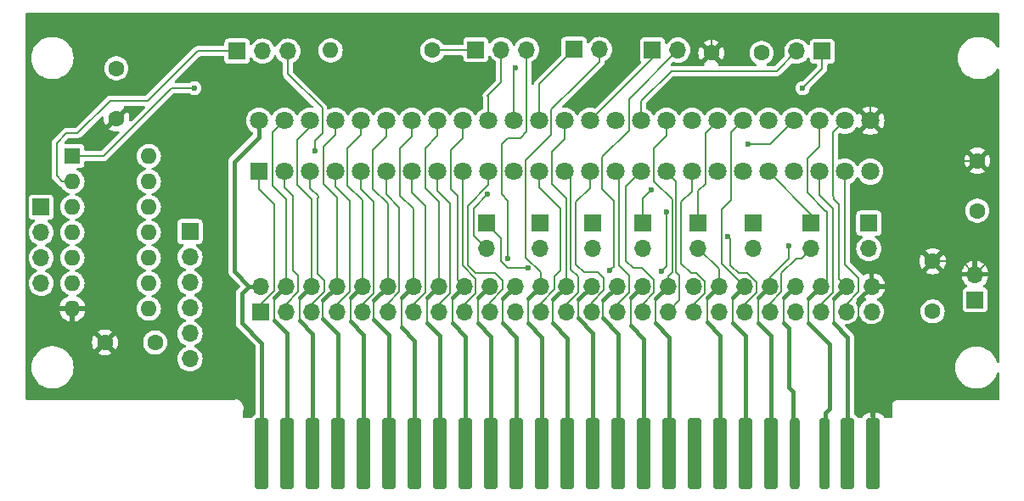
<source format=gbl>
G04 #@! TF.GenerationSoftware,KiCad,Pcbnew,8.0.4*
G04 #@! TF.CreationDate,2024-08-09T20:42:01+03:00*
G04 #@! TF.ProjectId,mpf-ii-bus-adapter,6d70662d-6969-42d6-9275-732d61646170,A*
G04 #@! TF.SameCoordinates,Original*
G04 #@! TF.FileFunction,Copper,L2,Bot*
G04 #@! TF.FilePolarity,Positive*
%FSLAX46Y46*%
G04 Gerber Fmt 4.6, Leading zero omitted, Abs format (unit mm)*
G04 Created by KiCad (PCBNEW 8.0.4) date 2024-08-09 20:42:01*
%MOMM*%
%LPD*%
G01*
G04 APERTURE LIST*
G04 Aperture macros list*
%AMRoundRect*
0 Rectangle with rounded corners*
0 $1 Rounding radius*
0 $2 $3 $4 $5 $6 $7 $8 $9 X,Y pos of 4 corners*
0 Add a 4 corners polygon primitive as box body*
4,1,4,$2,$3,$4,$5,$6,$7,$8,$9,$2,$3,0*
0 Add four circle primitives for the rounded corners*
1,1,$1+$1,$2,$3*
1,1,$1+$1,$4,$5*
1,1,$1+$1,$6,$7*
1,1,$1+$1,$8,$9*
0 Add four rect primitives between the rounded corners*
20,1,$1+$1,$2,$3,$4,$5,0*
20,1,$1+$1,$4,$5,$6,$7,0*
20,1,$1+$1,$6,$7,$8,$9,0*
20,1,$1+$1,$8,$9,$2,$3,0*%
G04 Aperture macros list end*
G04 #@! TA.AperFunction,ComponentPad*
%ADD10R,1.700000X1.700000*%
G04 #@! TD*
G04 #@! TA.AperFunction,ComponentPad*
%ADD11O,1.700000X1.700000*%
G04 #@! TD*
G04 #@! TA.AperFunction,ComponentPad*
%ADD12C,1.600000*%
G04 #@! TD*
G04 #@! TA.AperFunction,ComponentPad*
%ADD13R,1.800000X1.800000*%
G04 #@! TD*
G04 #@! TA.AperFunction,ComponentPad*
%ADD14C,1.800000*%
G04 #@! TD*
G04 #@! TA.AperFunction,ComponentPad*
%ADD15O,1.600000X1.600000*%
G04 #@! TD*
G04 #@! TA.AperFunction,ComponentPad*
%ADD16R,1.600000X1.600000*%
G04 #@! TD*
G04 #@! TA.AperFunction,ConnectorPad*
%ADD17RoundRect,0.350000X0.350000X3.206000X-0.350000X3.206000X-0.350000X-3.206000X0.350000X-3.206000X0*%
G04 #@! TD*
G04 #@! TA.AperFunction,ConnectorPad*
%ADD18RoundRect,0.250000X0.250000X3.306000X-0.250000X3.306000X-0.250000X-3.306000X0.250000X-3.306000X0*%
G04 #@! TD*
G04 #@! TA.AperFunction,ConnectorPad*
%ADD19RoundRect,0.235000X0.235000X3.321000X-0.235000X3.321000X-0.235000X-3.321000X0.235000X-3.321000X0*%
G04 #@! TD*
G04 #@! TA.AperFunction,ViaPad*
%ADD20C,0.600000*%
G04 #@! TD*
G04 #@! TA.AperFunction,Conductor*
%ADD21C,0.200000*%
G04 #@! TD*
G04 #@! TA.AperFunction,Conductor*
%ADD22C,0.400000*%
G04 #@! TD*
G04 APERTURE END LIST*
D10*
X116500000Y-75810000D03*
D11*
X119040000Y-75810000D03*
X121580000Y-75810000D03*
D10*
X150110000Y-75640000D03*
D11*
X152650000Y-75640000D03*
D12*
X185870000Y-101800000D03*
X185870000Y-96800000D03*
X168810000Y-76000000D03*
X163810000Y-76000000D03*
X104470000Y-77540000D03*
X104470000Y-82540000D03*
D10*
X141400000Y-93000000D03*
D11*
X141400000Y-95540000D03*
D10*
X111810000Y-93840000D03*
D11*
X111810000Y-96380000D03*
X111810000Y-98920000D03*
X111810000Y-101460000D03*
X111810000Y-104000000D03*
X111810000Y-106540000D03*
D10*
X157000000Y-93000000D03*
D11*
X157000000Y-95540000D03*
D10*
X162500000Y-93000000D03*
D11*
X162500000Y-95540000D03*
D10*
X157930000Y-75710000D03*
D11*
X160470000Y-75710000D03*
D13*
X118690000Y-87840000D03*
D14*
X121230000Y-87840000D03*
X123770000Y-87840000D03*
X126310000Y-87840000D03*
X128850000Y-87840000D03*
X131390000Y-87840000D03*
X133930000Y-87840000D03*
X136470000Y-87840000D03*
X139010000Y-87840000D03*
X141550000Y-87840000D03*
X144090000Y-87840000D03*
X146630000Y-87840000D03*
X149170000Y-87840000D03*
X151710000Y-87840000D03*
X154250000Y-87840000D03*
X156790000Y-87840000D03*
X159330000Y-87840000D03*
X161870000Y-87840000D03*
X164410000Y-87840000D03*
X166950000Y-87840000D03*
X169490000Y-87840000D03*
X172030000Y-87840000D03*
X174570000Y-87840000D03*
X177110000Y-87840000D03*
X179650000Y-87840000D03*
X179650000Y-82760000D03*
X177110000Y-82760000D03*
X174570000Y-82760000D03*
X172030000Y-82760000D03*
X169490000Y-82760000D03*
X166950000Y-82760000D03*
X164410000Y-82760000D03*
X161870000Y-82760000D03*
X159330000Y-82760000D03*
X156790000Y-82760000D03*
X154250000Y-82760000D03*
X151710000Y-82760000D03*
X149170000Y-82760000D03*
X146630000Y-82760000D03*
X144090000Y-82760000D03*
X141550000Y-82760000D03*
X139010000Y-82760000D03*
X136470000Y-82760000D03*
X133930000Y-82760000D03*
X131390000Y-82760000D03*
X128850000Y-82760000D03*
X126310000Y-82760000D03*
X123770000Y-82760000D03*
X121230000Y-82760000D03*
X118690000Y-82760000D03*
D12*
X108340000Y-104910000D03*
X103340000Y-104910000D03*
D10*
X118820000Y-101830000D03*
D11*
X118820000Y-99290000D03*
X121360000Y-101830000D03*
X121360000Y-99290000D03*
X123900000Y-101830000D03*
X123900000Y-99290000D03*
X126440000Y-101830000D03*
X126440000Y-99290000D03*
X128980000Y-101830000D03*
X128980000Y-99290000D03*
X131520000Y-101830000D03*
X131520000Y-99290000D03*
X134060000Y-101830000D03*
X134060000Y-99290000D03*
X136600000Y-101830000D03*
X136600000Y-99290000D03*
X139140000Y-101830000D03*
X139140000Y-99290000D03*
X141680000Y-101830000D03*
X141680000Y-99290000D03*
X144220000Y-101830000D03*
X144220000Y-99290000D03*
X146760000Y-101830000D03*
X146760000Y-99290000D03*
X149300000Y-101830000D03*
X149300000Y-99290000D03*
X151840000Y-101830000D03*
X151840000Y-99290000D03*
X154380000Y-101830000D03*
X154380000Y-99290000D03*
X156920000Y-101830000D03*
X156920000Y-99290000D03*
X159460000Y-101830000D03*
X159460000Y-99290000D03*
X162000000Y-101830000D03*
X162000000Y-99290000D03*
X164540000Y-101830000D03*
X164540000Y-99290000D03*
X167080000Y-101830000D03*
X167080000Y-99290000D03*
X169620000Y-101830000D03*
X169620000Y-99290000D03*
X172160000Y-101830000D03*
X172160000Y-99290000D03*
X174700000Y-101830000D03*
X174700000Y-99290000D03*
X177240000Y-101830000D03*
X177240000Y-99290000D03*
X179780000Y-101830000D03*
X179780000Y-99290000D03*
D10*
X96970000Y-91400000D03*
D11*
X96970000Y-93940000D03*
X96970000Y-96480000D03*
X96970000Y-99020000D03*
D10*
X140305000Y-75670000D03*
D11*
X142845000Y-75670000D03*
X145385000Y-75670000D03*
D10*
X152000000Y-93000000D03*
D11*
X152000000Y-95540000D03*
D10*
X179500000Y-93000000D03*
D11*
X179500000Y-95540000D03*
D10*
X190100000Y-100640000D03*
D11*
X190100000Y-98100000D03*
D12*
X190320000Y-91760000D03*
X190320000Y-86760000D03*
D10*
X173750000Y-93000000D03*
D11*
X173750000Y-95540000D03*
D10*
X146750000Y-93000000D03*
D11*
X146750000Y-95540000D03*
D12*
X136000000Y-75740000D03*
D15*
X125840000Y-75740000D03*
D10*
X168000000Y-93000000D03*
D11*
X168000000Y-95540000D03*
D10*
X174860000Y-75830000D03*
D11*
X172320000Y-75830000D03*
D16*
X100090000Y-86295000D03*
D15*
X100090000Y-88835000D03*
X100090000Y-91375000D03*
X100090000Y-93915000D03*
X100090000Y-96455000D03*
X100090000Y-98995000D03*
X100090000Y-101535000D03*
X107710000Y-101535000D03*
X107710000Y-98995000D03*
X107710000Y-96455000D03*
X107710000Y-93915000D03*
X107710000Y-91375000D03*
X107710000Y-88835000D03*
X107710000Y-86295000D03*
D17*
X179940000Y-116000000D03*
X177400000Y-116000000D03*
D18*
X175060000Y-116000000D03*
D19*
X172090000Y-116000000D03*
D17*
X169780000Y-116000000D03*
X167240000Y-116000000D03*
X164700000Y-116000000D03*
X162160000Y-116000000D03*
X159620000Y-116000000D03*
X157080000Y-116000000D03*
X154540000Y-116000000D03*
X152000000Y-116000000D03*
X149460000Y-116000000D03*
X146920000Y-116000000D03*
X144380000Y-116000000D03*
X141840000Y-116000000D03*
X139300000Y-116000000D03*
X136760000Y-116000000D03*
X134220000Y-116000000D03*
X131680000Y-116000000D03*
X129140000Y-116000000D03*
X126600000Y-116000000D03*
X124060000Y-116000000D03*
X121520000Y-116000000D03*
X118980000Y-116000000D03*
D20*
X102500000Y-81000000D03*
X102300000Y-84200000D03*
X100200000Y-81900000D03*
X159300000Y-91900000D03*
X158800000Y-97800000D03*
X172900000Y-79500000D03*
X171500000Y-95300000D03*
X165400000Y-94300000D03*
X153700000Y-97700000D03*
X143500000Y-96500000D03*
X112250000Y-79500000D03*
X145500000Y-97500000D03*
X141500000Y-90100000D03*
X144250000Y-77500000D03*
X167500000Y-85100000D03*
X157800000Y-89700000D03*
X124250000Y-85750000D03*
D21*
X179780000Y-99290000D02*
X182650000Y-99290000D01*
X192000000Y-88440000D02*
X192000000Y-96200000D01*
X188800000Y-96800000D02*
X190100000Y-98100000D01*
X178500000Y-100570000D02*
X178500000Y-103000000D01*
X107250000Y-80000000D02*
X103500000Y-80000000D01*
D22*
X179940000Y-104440000D02*
X178500000Y-103000000D01*
D21*
X192000000Y-96200000D02*
X190100000Y-98100000D01*
X163810000Y-74540000D02*
X164750000Y-73600000D01*
D22*
X179940000Y-116000000D02*
X179940000Y-104440000D01*
D21*
X176190000Y-73600000D02*
X179650000Y-77060000D01*
X163810000Y-74540000D02*
X162770000Y-73500000D01*
X114000000Y-73500000D02*
X107500000Y-80000000D01*
X179650000Y-77060000D02*
X179650000Y-82760000D01*
X190320000Y-86760000D02*
X192000000Y-88440000D01*
X164750000Y-73600000D02*
X176190000Y-73600000D01*
X162770000Y-73500000D02*
X114000000Y-73500000D01*
X107500000Y-80000000D02*
X107250000Y-80000000D01*
X185870000Y-96800000D02*
X188800000Y-96800000D01*
X184730000Y-97940000D02*
X185870000Y-96800000D01*
X103500000Y-80000000D02*
X102500000Y-81000000D01*
X179650000Y-82760000D02*
X183650000Y-86760000D01*
X184000000Y-97940000D02*
X184730000Y-97940000D01*
X183650000Y-86760000D02*
X190320000Y-86760000D01*
X163810000Y-76000000D02*
X163810000Y-74540000D01*
D22*
X179780000Y-99290000D02*
X178500000Y-100570000D01*
D21*
X182650000Y-99290000D02*
X184000000Y-97940000D01*
D22*
X177400000Y-116000000D02*
X177400000Y-104400000D01*
D21*
X176000000Y-100500000D02*
X176030000Y-100500000D01*
D22*
X177400000Y-104400000D02*
X176000000Y-103000000D01*
D21*
X176000000Y-90400000D02*
X176000000Y-90600000D01*
X176000000Y-90600000D02*
X176500000Y-91100000D01*
X176500000Y-91100000D02*
X176500000Y-98550000D01*
X176500000Y-98550000D02*
X177240000Y-99290000D01*
X175910000Y-90310000D02*
X176000000Y-90400000D01*
D22*
X176030000Y-100500000D02*
X177240000Y-99290000D01*
D21*
X175910000Y-83960000D02*
X175910000Y-90310000D01*
X177110000Y-82760000D02*
X175910000Y-83960000D01*
X176000000Y-103000000D02*
X176000000Y-100500000D01*
X162000000Y-101122894D02*
X163150000Y-99972894D01*
X161800000Y-98000000D02*
X160800000Y-97000000D01*
X160800000Y-90900000D02*
X161870000Y-89830000D01*
X163150000Y-98813654D02*
X162336346Y-98000000D01*
X162000000Y-101830000D02*
X162000000Y-101122894D01*
X163150000Y-99972894D02*
X163150000Y-98813654D01*
X162336346Y-98000000D02*
X161800000Y-98000000D01*
X160800000Y-97000000D02*
X160800000Y-90900000D01*
X161870000Y-89830000D02*
X161870000Y-87840000D01*
X136470000Y-89720000D02*
X137750000Y-91000000D01*
X136600000Y-101122894D02*
X136600000Y-101830000D01*
X137750000Y-91000000D02*
X137750000Y-99972894D01*
X136470000Y-87840000D02*
X136470000Y-89720000D01*
X137750000Y-99972894D02*
X136600000Y-101122894D01*
X155750000Y-100460000D02*
X155750000Y-103250000D01*
D22*
X156920000Y-99290000D02*
X155750000Y-100460000D01*
X155750000Y-103250000D02*
X157080000Y-104580000D01*
D21*
X172900000Y-79500000D02*
X174860000Y-77540000D01*
X158800000Y-97800000D02*
X159300000Y-97300000D01*
D22*
X157080000Y-104580000D02*
X157080000Y-116000000D01*
D21*
X159300000Y-97300000D02*
X159300000Y-91900000D01*
X174860000Y-77540000D02*
X174860000Y-75830000D01*
X139140000Y-101122894D02*
X139140000Y-101830000D01*
X139010000Y-97240000D02*
X139000000Y-97250000D01*
X140290000Y-98540000D02*
X140290000Y-99972894D01*
X139010000Y-87840000D02*
X139010000Y-97240000D01*
X139000000Y-97250000D02*
X140290000Y-98540000D01*
X140290000Y-99972894D02*
X139140000Y-101122894D01*
X137990000Y-100440000D02*
X137990000Y-102990000D01*
X137810000Y-89560000D02*
X138500000Y-90250000D01*
X139010000Y-84490000D02*
X137810000Y-85690000D01*
X138500000Y-98650000D02*
X139140000Y-99290000D01*
X139010000Y-82760000D02*
X139010000Y-84490000D01*
X138500000Y-90250000D02*
X138500000Y-98650000D01*
X137810000Y-85690000D02*
X137810000Y-89560000D01*
D22*
X137990000Y-102990000D02*
X139300000Y-104300000D01*
X139140000Y-99290000D02*
X137990000Y-100440000D01*
X139300000Y-104300000D02*
X139300000Y-116000000D01*
D21*
X124580000Y-90420000D02*
X124550000Y-90450000D01*
X125210000Y-98730000D02*
X125210000Y-99812894D01*
X123770000Y-89490000D02*
X124580000Y-90300000D01*
X124550000Y-98070000D02*
X125210000Y-98730000D01*
X125210000Y-99812894D02*
X123900000Y-101122894D01*
X124580000Y-90300000D02*
X124580000Y-90420000D01*
X123900000Y-101122894D02*
X123900000Y-101830000D01*
X123770000Y-87840000D02*
X123770000Y-89490000D01*
X124550000Y-90450000D02*
X124550000Y-98070000D01*
X122460000Y-84680000D02*
X122460000Y-89140000D01*
D22*
X122750000Y-100440000D02*
X123900000Y-99290000D01*
D21*
X123900000Y-90580000D02*
X123900000Y-99290000D01*
X123770000Y-83370000D02*
X122460000Y-84680000D01*
X122460000Y-89140000D02*
X123900000Y-90580000D01*
D22*
X124060000Y-116000000D02*
X124060000Y-104060000D01*
D21*
X123770000Y-82760000D02*
X123770000Y-83370000D01*
D22*
X124060000Y-104060000D02*
X122750000Y-102750000D01*
D21*
X122750000Y-102750000D02*
X122750000Y-100440000D01*
D22*
X117000000Y-100000000D02*
X117710000Y-99290000D01*
X117000000Y-103000000D02*
X117000000Y-100000000D01*
X118690000Y-84390000D02*
X116230000Y-86850000D01*
X116230000Y-97810000D02*
X117710000Y-99290000D01*
X116230000Y-86850000D02*
X116230000Y-97810000D01*
X118980000Y-116000000D02*
X118980000Y-104980000D01*
X118980000Y-104980000D02*
X117000000Y-103000000D01*
X118690000Y-82760000D02*
X118690000Y-84390000D01*
X117710000Y-99290000D02*
X118820000Y-99290000D01*
D21*
X159330000Y-82760000D02*
X159330000Y-84270000D01*
X159460000Y-98340000D02*
X159460000Y-99290000D01*
D22*
X159620000Y-104370000D02*
X159620000Y-104870000D01*
X158250000Y-103000000D02*
X159620000Y-104370000D01*
D21*
X158250000Y-100500000D02*
X158250000Y-103000000D01*
D22*
X159620000Y-104870000D02*
X159620000Y-116000000D01*
D21*
X159330000Y-84270000D02*
X158100000Y-85500000D01*
D22*
X159460000Y-99290000D02*
X158250000Y-100500000D01*
D21*
X159900000Y-90600000D02*
X159900000Y-97900000D01*
X158100000Y-85500000D02*
X158100000Y-88800000D01*
X158100000Y-88800000D02*
X159900000Y-90600000D01*
X159900000Y-97900000D02*
X159460000Y-98340000D01*
D22*
X173500000Y-103000000D02*
X175600000Y-105100000D01*
D21*
X174570000Y-85330000D02*
X173370000Y-86530000D01*
X173370000Y-86530000D02*
X173370000Y-89970000D01*
D22*
X175600000Y-105100000D02*
X175600000Y-111500000D01*
X173500000Y-100490000D02*
X174700000Y-99290000D01*
D21*
X175200000Y-91800000D02*
X175300000Y-91800000D01*
D22*
X175160000Y-111940000D02*
X175160000Y-116000000D01*
D21*
X175300000Y-91800000D02*
X175300000Y-98690000D01*
X175300000Y-98690000D02*
X174700000Y-99290000D01*
X173370000Y-89970000D02*
X175200000Y-91800000D01*
D22*
X175600000Y-111500000D02*
X175160000Y-111940000D01*
D21*
X173500000Y-103000000D02*
X173500000Y-100490000D01*
X174570000Y-82760000D02*
X174570000Y-85330000D01*
X140315686Y-98000000D02*
X139500000Y-97184314D01*
X143000000Y-98750000D02*
X142250000Y-98000000D01*
X139500000Y-91250000D02*
X141550000Y-89200000D01*
X142250000Y-98000000D02*
X140315686Y-98000000D01*
X141680000Y-101830000D02*
X141680000Y-100916346D01*
X141550000Y-89200000D02*
X141550000Y-87840000D01*
X141680000Y-100916346D02*
X143000000Y-99596346D01*
X143000000Y-99596346D02*
X143000000Y-98750000D01*
X139500000Y-97184314D02*
X139500000Y-91250000D01*
X171000000Y-100450000D02*
X171000000Y-103000000D01*
D22*
X171500000Y-109400000D02*
X171500000Y-103500000D01*
X171960000Y-109860000D02*
X171500000Y-109400000D01*
X172160000Y-99290000D02*
X171000000Y-100450000D01*
X171960000Y-116000000D02*
X171960000Y-109860000D01*
X171500000Y-103500000D02*
X171000000Y-103000000D01*
D21*
X128980000Y-101122894D02*
X128980000Y-101830000D01*
X128850000Y-89600000D02*
X130130000Y-90880000D01*
X128850000Y-87840000D02*
X128850000Y-89600000D01*
X130130000Y-99972894D02*
X128980000Y-101122894D01*
X130130000Y-90880000D02*
X130130000Y-99972894D01*
X151100000Y-97900000D02*
X152500000Y-97900000D01*
X151840000Y-100916346D02*
X151840000Y-101830000D01*
X150300000Y-90900000D02*
X150300000Y-97100000D01*
X151710000Y-89490000D02*
X150300000Y-90900000D01*
X153100000Y-98500000D02*
X153100000Y-99656346D01*
X150300000Y-97100000D02*
X151100000Y-97900000D01*
X152500000Y-97900000D02*
X153100000Y-98500000D01*
X151710000Y-87840000D02*
X151710000Y-89490000D01*
X153100000Y-99656346D02*
X151840000Y-100916346D01*
D22*
X164700000Y-116000000D02*
X164700000Y-104200000D01*
D21*
X164540000Y-99290000D02*
X164540000Y-97580000D01*
D22*
X163390000Y-100440000D02*
X164540000Y-99290000D01*
D21*
X163390000Y-102890000D02*
X163390000Y-100440000D01*
D22*
X164700000Y-104200000D02*
X163390000Y-102890000D01*
D21*
X164540000Y-97580000D02*
X162500000Y-95540000D01*
X130130000Y-102630000D02*
X130130000Y-100680000D01*
X130050000Y-85700000D02*
X130050000Y-89550000D01*
D22*
X130130000Y-100680000D02*
X131520000Y-99290000D01*
X131680000Y-104180000D02*
X130130000Y-102630000D01*
X131680000Y-116000000D02*
X131680000Y-104180000D01*
D21*
X131390000Y-82760000D02*
X131390000Y-84360000D01*
X131390000Y-84360000D02*
X130050000Y-85700000D01*
X131520000Y-91020000D02*
X131520000Y-99290000D01*
X130050000Y-89550000D02*
X131520000Y-91020000D01*
X173750000Y-95540000D02*
X172790000Y-96500000D01*
X169620000Y-100980000D02*
X169620000Y-101830000D01*
X172300000Y-96500000D02*
X170800000Y-98000000D01*
X170800000Y-99800000D02*
X169620000Y-100980000D01*
X170800000Y-98000000D02*
X170800000Y-99800000D01*
X172790000Y-96500000D02*
X172300000Y-96500000D01*
X177110000Y-97110000D02*
X178500000Y-98500000D01*
X177110000Y-87840000D02*
X177110000Y-97110000D01*
X178500000Y-98500000D02*
X178500000Y-99862894D01*
X178500000Y-99862894D02*
X177240000Y-101122894D01*
X177240000Y-101122894D02*
X177240000Y-101830000D01*
X154600000Y-97200000D02*
X154600000Y-88190000D01*
X154380000Y-101830000D02*
X154380000Y-101122894D01*
X155600000Y-98200000D02*
X154600000Y-97200000D01*
X154600000Y-88190000D02*
X154250000Y-87840000D01*
X154380000Y-101122894D02*
X155600000Y-99902894D01*
X155600000Y-99902894D02*
X155600000Y-98200000D01*
D22*
X168500000Y-100410000D02*
X169620000Y-99290000D01*
D21*
X171500000Y-96500000D02*
X169620000Y-98380000D01*
D22*
X169780000Y-116000000D02*
X169780000Y-104280000D01*
D21*
X171500000Y-95300000D02*
X171500000Y-96500000D01*
X168470000Y-100440000D02*
X168500000Y-100410000D01*
D22*
X169780000Y-104280000D02*
X168470000Y-102970000D01*
D21*
X169620000Y-98380000D02*
X169620000Y-99290000D01*
X168470000Y-102970000D02*
X168470000Y-100440000D01*
X149300000Y-101122894D02*
X150500000Y-99922894D01*
X149300000Y-101830000D02*
X149300000Y-101122894D01*
X149800000Y-88470000D02*
X149170000Y-87840000D01*
X150500000Y-99922894D02*
X150500000Y-98300000D01*
X149800000Y-97600000D02*
X149800000Y-88470000D01*
X150500000Y-98300000D02*
X149800000Y-97600000D01*
X158070000Y-99930000D02*
X158070000Y-98670000D01*
X155300000Y-96800000D02*
X155300000Y-89330000D01*
X156920000Y-101830000D02*
X156920000Y-101080000D01*
X156900000Y-97500000D02*
X156000000Y-97500000D01*
X158070000Y-98670000D02*
X156900000Y-97500000D01*
X156000000Y-97500000D02*
X155300000Y-96800000D01*
X155300000Y-89330000D02*
X156790000Y-87840000D01*
X156920000Y-101080000D02*
X158070000Y-99930000D01*
X135250000Y-91250000D02*
X133930000Y-89930000D01*
X134060000Y-101830000D02*
X134060000Y-101122894D01*
X133930000Y-89930000D02*
X133930000Y-87840000D01*
X134060000Y-101122894D02*
X135250000Y-99932894D01*
X135250000Y-99932894D02*
X135250000Y-91250000D01*
X131390000Y-90140000D02*
X132670000Y-91420000D01*
X132670000Y-91420000D02*
X132670000Y-99830000D01*
X131520000Y-100980000D02*
X131520000Y-101830000D01*
X132670000Y-99830000D02*
X131520000Y-100980000D01*
X131390000Y-87840000D02*
X131390000Y-90140000D01*
X165700000Y-97200000D02*
X166500000Y-98000000D01*
X165700000Y-94600000D02*
X165700000Y-97200000D01*
X168300000Y-99902894D02*
X167080000Y-101122894D01*
X166500000Y-98000000D02*
X167416346Y-98000000D01*
X167416346Y-98000000D02*
X168300000Y-98883654D01*
X165400000Y-94300000D02*
X165700000Y-94600000D01*
X168300000Y-98883654D02*
X168300000Y-99902894D01*
X167080000Y-101122894D02*
X167080000Y-101830000D01*
D22*
X167240000Y-116000000D02*
X167240000Y-104240000D01*
X167240000Y-104240000D02*
X165930000Y-102930000D01*
D21*
X164800000Y-97010000D02*
X167080000Y-99290000D01*
D22*
X165930000Y-100440000D02*
X167080000Y-99290000D01*
D21*
X165750000Y-90650000D02*
X164800000Y-91600000D01*
X165930000Y-102930000D02*
X165930000Y-100440000D01*
X164800000Y-91600000D02*
X164800000Y-97010000D01*
X166950000Y-82760000D02*
X165750000Y-83960000D01*
X165750000Y-83960000D02*
X165750000Y-90650000D01*
X152910000Y-89610000D02*
X152910000Y-86390000D01*
D22*
X151840000Y-99290000D02*
X150500000Y-100630000D01*
D21*
X153700000Y-97700000D02*
X154000000Y-97400000D01*
D22*
X152000000Y-104000000D02*
X152000000Y-116000000D01*
D21*
X154000000Y-97400000D02*
X154100000Y-97400000D01*
X150500000Y-100630000D02*
X150500000Y-102500000D01*
X154100000Y-97400000D02*
X154100000Y-90800000D01*
X155590000Y-80590000D02*
X160470000Y-75710000D01*
X155590000Y-83710000D02*
X155590000Y-80590000D01*
D22*
X150500000Y-102500000D02*
X152000000Y-104000000D01*
D21*
X154100000Y-90800000D02*
X152910000Y-89610000D01*
X152910000Y-86390000D02*
X155590000Y-83710000D01*
X132730000Y-85520000D02*
X133930000Y-84320000D01*
D22*
X134060000Y-99290000D02*
X132910000Y-100440000D01*
D21*
X132910000Y-100440000D02*
X132910000Y-103410000D01*
D22*
X132910000Y-103410000D02*
X134220000Y-104720000D01*
D21*
X134060000Y-91560000D02*
X132730000Y-90230000D01*
X133930000Y-84320000D02*
X133930000Y-82760000D01*
X132730000Y-90230000D02*
X132730000Y-85520000D01*
D22*
X134220000Y-104720000D02*
X134220000Y-116000000D01*
D21*
X134060000Y-99290000D02*
X134060000Y-91560000D01*
X175900000Y-91500000D02*
X175900000Y-99922894D01*
X174570000Y-90170000D02*
X175900000Y-91500000D01*
X174700000Y-101122894D02*
X174700000Y-101830000D01*
X174570000Y-87840000D02*
X174570000Y-90170000D01*
X175900000Y-99922894D02*
X174700000Y-101122894D01*
X148150000Y-99600000D02*
X146760000Y-100990000D01*
X146760000Y-100990000D02*
X146760000Y-101830000D01*
X146630000Y-89380000D02*
X148750000Y-91500000D01*
X148150000Y-98350000D02*
X148150000Y-99600000D01*
X148750000Y-97750000D02*
X148150000Y-98350000D01*
X148750000Y-91500000D02*
X148750000Y-97750000D01*
X146630000Y-87840000D02*
X146630000Y-89380000D01*
X142890000Y-85110000D02*
X142890000Y-90140000D01*
X143500000Y-90750000D02*
X143500000Y-96500000D01*
X144750000Y-84500000D02*
X143500000Y-84500000D01*
X145385000Y-75670000D02*
X145385000Y-83865000D01*
D22*
X141840000Y-104340000D02*
X141840000Y-116000000D01*
D21*
X143500000Y-84500000D02*
X142890000Y-85110000D01*
D22*
X140500000Y-103000000D02*
X141840000Y-104340000D01*
D21*
X142890000Y-90140000D02*
X143500000Y-90750000D01*
D22*
X141680000Y-99290000D02*
X140500000Y-100470000D01*
D21*
X145385000Y-83865000D02*
X144750000Y-84500000D01*
X140500000Y-100470000D02*
X140500000Y-103000000D01*
X149170000Y-82760000D02*
X149170000Y-84630000D01*
X148000000Y-100590000D02*
X148000000Y-103000000D01*
D22*
X149300000Y-99290000D02*
X148000000Y-100590000D01*
X148000000Y-103000000D02*
X149460000Y-104460000D01*
D21*
X103205000Y-86295000D02*
X109750000Y-79750000D01*
X147900000Y-89100000D02*
X149300000Y-90500000D01*
X100090000Y-86295000D02*
X103205000Y-86295000D01*
X147900000Y-85900000D02*
X147900000Y-89100000D01*
D22*
X149460000Y-104460000D02*
X149460000Y-116000000D01*
D21*
X149170000Y-84630000D02*
X147900000Y-85900000D01*
X109750000Y-79750000D02*
X110000000Y-79500000D01*
X110000000Y-79500000D02*
X112250000Y-79500000D01*
X149300000Y-90500000D02*
X149300000Y-99290000D01*
X120210000Y-91130000D02*
X118690000Y-89610000D01*
X118820000Y-101122894D02*
X120210000Y-99732894D01*
X118690000Y-89610000D02*
X118690000Y-87840000D01*
X118820000Y-101830000D02*
X118820000Y-101122894D01*
X120210000Y-99732894D02*
X120210000Y-91130000D01*
X145290000Y-96441471D02*
X145290000Y-86710000D01*
X145290000Y-86710000D02*
X147830000Y-84170000D01*
D22*
X146920000Y-104420000D02*
X146920000Y-116000000D01*
D21*
X152650000Y-76850000D02*
X150500000Y-79000000D01*
X147830000Y-84170000D02*
X147830000Y-81670000D01*
D22*
X146760000Y-99290000D02*
X145500000Y-100550000D01*
D21*
X147830000Y-81670000D02*
X150600000Y-78900000D01*
X145500000Y-100550000D02*
X145500000Y-103000000D01*
X146760000Y-97911471D02*
X145290000Y-96441471D01*
X146760000Y-99290000D02*
X146760000Y-97911471D01*
D22*
X145500000Y-103000000D02*
X146920000Y-104420000D01*
D21*
X152650000Y-75640000D02*
X152650000Y-76850000D01*
X126310000Y-89310000D02*
X127750000Y-90750000D01*
X126310000Y-87840000D02*
X126310000Y-89310000D01*
X126440000Y-101122894D02*
X126440000Y-101830000D01*
X127750000Y-90750000D02*
X127750000Y-99812894D01*
X127750000Y-99812894D02*
X126440000Y-101122894D01*
X136600000Y-90850000D02*
X136600000Y-99290000D01*
X135250000Y-89500000D02*
X136600000Y-90850000D01*
X136470000Y-82760000D02*
X136470000Y-84280000D01*
X136470000Y-84280000D02*
X135250000Y-85500000D01*
X135250000Y-85500000D02*
X135250000Y-89500000D01*
D22*
X136760000Y-104260000D02*
X136760000Y-116000000D01*
X135450000Y-102950000D02*
X136760000Y-104260000D01*
D21*
X135450000Y-100440000D02*
X135450000Y-102950000D01*
D22*
X136600000Y-99290000D02*
X135450000Y-100440000D01*
X129140000Y-116000000D02*
X129140000Y-104140000D01*
D21*
X128980000Y-90730000D02*
X128980000Y-99290000D01*
X127510000Y-89240000D02*
X127500000Y-89250000D01*
X127830000Y-102830000D02*
X127830000Y-100440000D01*
D22*
X127830000Y-100440000D02*
X128980000Y-99290000D01*
D21*
X128850000Y-82760000D02*
X128850000Y-84150000D01*
D22*
X129140000Y-104140000D02*
X127830000Y-102830000D01*
D21*
X128850000Y-84150000D02*
X127510000Y-85490000D01*
X127510000Y-85490000D02*
X127510000Y-89240000D01*
X127500000Y-89250000D02*
X128980000Y-90730000D01*
X121230000Y-89400000D02*
X122100000Y-90270000D01*
X121230000Y-87840000D02*
X121230000Y-89400000D01*
X121360000Y-101080000D02*
X121360000Y-101830000D01*
X122610000Y-98220000D02*
X122610000Y-99830000D01*
X122100000Y-90270000D02*
X122100000Y-97710000D01*
X122610000Y-99830000D02*
X121360000Y-101080000D01*
X122100000Y-97710000D02*
X122610000Y-98220000D01*
X121230000Y-82760000D02*
X120030000Y-83960000D01*
X121360000Y-90610000D02*
X121360000Y-99290000D01*
D22*
X121520000Y-116000000D02*
X121520000Y-104020000D01*
X120210000Y-100440000D02*
X121360000Y-99290000D01*
D21*
X120210000Y-102710000D02*
X120210000Y-100440000D01*
D22*
X121520000Y-104020000D02*
X120210000Y-102710000D01*
D21*
X120030000Y-83960000D02*
X120030000Y-89280000D01*
X120030000Y-89280000D02*
X121360000Y-90610000D01*
X141500000Y-93000000D02*
X141400000Y-93000000D01*
D22*
X154540000Y-116000000D02*
X154540000Y-104040000D01*
X154540000Y-104040000D02*
X153000000Y-102500000D01*
D21*
X145500000Y-97500000D02*
X143500000Y-97500000D01*
X142800000Y-94500000D02*
X141400000Y-93100000D01*
X141400000Y-93100000D02*
X141400000Y-93000000D01*
X153000000Y-102500000D02*
X153000000Y-100670000D01*
X143500000Y-97500000D02*
X142800000Y-96800000D01*
X142800000Y-96800000D02*
X142800000Y-94500000D01*
D22*
X153000000Y-100670000D02*
X154380000Y-99290000D01*
D21*
X159330000Y-87840000D02*
X160300000Y-88810000D01*
X160610000Y-98210000D02*
X160610000Y-100680000D01*
X160610000Y-100680000D02*
X159460000Y-101830000D01*
X160300000Y-88810000D02*
X160300000Y-97900000D01*
X160300000Y-97900000D02*
X160610000Y-98210000D01*
X126310000Y-84190000D02*
X125110000Y-85390000D01*
X125110000Y-89110000D02*
X126440000Y-90440000D01*
D22*
X125050000Y-100680000D02*
X126440000Y-99290000D01*
D21*
X126310000Y-82760000D02*
X126310000Y-84190000D01*
D22*
X126600000Y-104100000D02*
X125050000Y-102550000D01*
D21*
X126440000Y-90440000D02*
X126440000Y-99290000D01*
X125110000Y-85390000D02*
X125110000Y-89110000D01*
X125050000Y-102550000D02*
X125050000Y-100680000D01*
D22*
X126600000Y-116000000D02*
X126600000Y-104100000D01*
D21*
X141500000Y-95540000D02*
X141500000Y-96250000D01*
X141500000Y-90100000D02*
X140100000Y-91500000D01*
X140100000Y-91500000D02*
X140100000Y-94240000D01*
X140100000Y-94240000D02*
X141400000Y-95540000D01*
X144090000Y-77660000D02*
X144090000Y-82760000D01*
X144250000Y-77500000D02*
X144090000Y-77660000D01*
X170350000Y-77800000D02*
X172320000Y-75830000D01*
X156790000Y-80810000D02*
X159800000Y-77800000D01*
X159800000Y-77800000D02*
X170350000Y-77800000D01*
X156790000Y-82760000D02*
X156790000Y-80810000D01*
X146630000Y-79120000D02*
X150110000Y-75640000D01*
X146630000Y-82760000D02*
X146630000Y-79120000D01*
X173750000Y-92100000D02*
X169490000Y-87840000D01*
X173750000Y-93000000D02*
X173750000Y-92100000D01*
X157930000Y-76540000D02*
X151710000Y-82760000D01*
X157930000Y-75710000D02*
X157930000Y-76540000D01*
X142845000Y-78905000D02*
X142845000Y-75670000D01*
X141550000Y-82760000D02*
X141550000Y-80300000D01*
X141550000Y-80300000D02*
X141500000Y-80250000D01*
X141500000Y-80250000D02*
X142845000Y-78905000D01*
X157000000Y-90500000D02*
X157800000Y-89700000D01*
X169690000Y-85100000D02*
X172030000Y-82760000D01*
X167500000Y-85100000D02*
X169690000Y-85100000D01*
X157000000Y-93000000D02*
X157000000Y-90500000D01*
D22*
X144220000Y-99290000D02*
X143000000Y-100510000D01*
D21*
X121580000Y-78080000D02*
X125000000Y-81500000D01*
X125000000Y-84000000D02*
X124250000Y-84750000D01*
D22*
X144380000Y-104380000D02*
X144380000Y-116000000D01*
D21*
X125000000Y-81500000D02*
X125000000Y-84000000D01*
X121580000Y-75810000D02*
X121580000Y-78080000D01*
X124250000Y-84750000D02*
X124250000Y-85750000D01*
D22*
X143000000Y-103000000D02*
X144380000Y-104380000D01*
D21*
X143000000Y-100510000D02*
X143000000Y-103000000D01*
X136000000Y-75740000D02*
X140235000Y-75740000D01*
X140235000Y-75740000D02*
X140305000Y-75670000D01*
X98500000Y-85000000D02*
X99500000Y-84000000D01*
X100090000Y-88835000D02*
X99085000Y-88835000D01*
X107630000Y-80770000D02*
X112590000Y-75810000D01*
X100610000Y-84000000D02*
X103840000Y-80770000D01*
X99500000Y-84000000D02*
X100610000Y-84000000D01*
X103840000Y-80770000D02*
X107630000Y-80770000D01*
X98500000Y-88250000D02*
X98500000Y-85000000D01*
X112590000Y-75810000D02*
X116500000Y-75810000D01*
X99085000Y-88835000D02*
X98500000Y-88250000D01*
X162500000Y-89800000D02*
X163200000Y-89100000D01*
X163200000Y-83970000D02*
X164410000Y-82760000D01*
X162500000Y-93000000D02*
X162500000Y-89800000D01*
X163200000Y-89100000D02*
X163200000Y-83970000D01*
G04 #@! TA.AperFunction,Conductor*
G36*
X192442539Y-72020185D02*
G01*
X192488294Y-72072989D01*
X192499500Y-72124500D01*
X192499500Y-75341198D01*
X192479815Y-75408237D01*
X192427011Y-75453992D01*
X192357853Y-75463936D01*
X192294297Y-75434911D01*
X192272317Y-75408902D01*
X192272013Y-75409117D01*
X192103798Y-75170810D01*
X191990280Y-75049262D01*
X191907587Y-74960720D01*
X191907585Y-74960719D01*
X191907583Y-74960716D01*
X191684595Y-74779302D01*
X191438983Y-74629942D01*
X191438979Y-74629940D01*
X191175324Y-74515420D01*
X190898522Y-74437863D01*
X190898518Y-74437862D01*
X190898517Y-74437862D01*
X190730169Y-74414723D01*
X190613733Y-74398719D01*
X190613732Y-74398719D01*
X190326268Y-74398719D01*
X190326267Y-74398719D01*
X190041483Y-74437862D01*
X190041477Y-74437863D01*
X189764675Y-74515420D01*
X189501020Y-74629940D01*
X189501016Y-74629942D01*
X189255404Y-74779302D01*
X189032416Y-74960716D01*
X188836201Y-75170810D01*
X188670434Y-75405649D01*
X188670430Y-75405655D01*
X188538175Y-75660894D01*
X188441913Y-75931750D01*
X188441912Y-75931753D01*
X188383425Y-76213212D01*
X188363809Y-76500000D01*
X188383425Y-76786787D01*
X188383425Y-76786791D01*
X188383426Y-76786793D01*
X188394526Y-76840210D01*
X188441912Y-77068246D01*
X188441913Y-77068249D01*
X188538176Y-77339105D01*
X188538175Y-77339105D01*
X188670430Y-77594344D01*
X188670434Y-77594350D01*
X188836201Y-77829189D01*
X189032416Y-78039283D01*
X189083370Y-78080737D01*
X189255401Y-78220695D01*
X189255403Y-78220696D01*
X189255404Y-78220697D01*
X189501016Y-78370057D01*
X189501020Y-78370059D01*
X189764675Y-78484579D01*
X189764680Y-78484581D01*
X190041483Y-78562138D01*
X190291854Y-78596550D01*
X190326267Y-78601281D01*
X190326268Y-78601281D01*
X190613733Y-78601281D01*
X190644435Y-78597060D01*
X190898517Y-78562138D01*
X191175320Y-78484581D01*
X191280786Y-78438771D01*
X191438979Y-78370059D01*
X191438983Y-78370057D01*
X191468285Y-78352238D01*
X191684599Y-78220695D01*
X191907587Y-78039280D01*
X192103796Y-77829192D01*
X192151553Y-77761535D01*
X192272013Y-77590883D01*
X192272785Y-77591427D01*
X192321201Y-77547322D01*
X192390091Y-77535662D01*
X192454348Y-77563098D01*
X192493572Y-77620919D01*
X192499500Y-77658801D01*
X192499500Y-106836364D01*
X192479815Y-106903403D01*
X192427011Y-106949158D01*
X192357853Y-106959102D01*
X192294297Y-106930077D01*
X192256523Y-106871299D01*
X192254094Y-106861594D01*
X192253089Y-106856762D01*
X192253088Y-106856756D01*
X192240926Y-106822537D01*
X192156823Y-106585894D01*
X192156824Y-106585894D01*
X192024569Y-106330655D01*
X192024565Y-106330649D01*
X191858798Y-106095810D01*
X191662583Y-105885716D01*
X191475018Y-105733121D01*
X191439599Y-105704305D01*
X191439597Y-105704304D01*
X191439595Y-105704302D01*
X191193983Y-105554942D01*
X191193979Y-105554940D01*
X190930324Y-105440420D01*
X190653522Y-105362863D01*
X190653518Y-105362862D01*
X190653517Y-105362862D01*
X190511124Y-105343290D01*
X190368733Y-105323719D01*
X190368732Y-105323719D01*
X190081268Y-105323719D01*
X190081267Y-105323719D01*
X189796483Y-105362862D01*
X189796477Y-105362863D01*
X189519675Y-105440420D01*
X189256020Y-105554940D01*
X189256016Y-105554942D01*
X189010404Y-105704302D01*
X188787416Y-105885716D01*
X188591201Y-106095810D01*
X188425434Y-106330649D01*
X188425430Y-106330655D01*
X188293175Y-106585894D01*
X188196913Y-106856750D01*
X188196912Y-106856753D01*
X188138425Y-107138212D01*
X188118809Y-107425000D01*
X188138425Y-107711787D01*
X188138425Y-107711791D01*
X188138426Y-107711793D01*
X188155774Y-107795277D01*
X188196912Y-107993246D01*
X188196913Y-107993249D01*
X188293176Y-108264105D01*
X188293175Y-108264105D01*
X188425430Y-108519344D01*
X188425434Y-108519350D01*
X188591201Y-108754189D01*
X188591204Y-108754192D01*
X188755457Y-108930064D01*
X188787416Y-108964283D01*
X188912135Y-109065749D01*
X189010401Y-109145695D01*
X189010403Y-109145696D01*
X189010404Y-109145697D01*
X189256016Y-109295057D01*
X189256020Y-109295059D01*
X189519675Y-109409579D01*
X189519680Y-109409581D01*
X189796483Y-109487138D01*
X190046854Y-109521550D01*
X190081267Y-109526281D01*
X190081268Y-109526281D01*
X190368733Y-109526281D01*
X190399435Y-109522060D01*
X190653517Y-109487138D01*
X190930320Y-109409581D01*
X191134396Y-109320939D01*
X191193979Y-109295059D01*
X191193983Y-109295057D01*
X191193985Y-109295056D01*
X191439599Y-109145695D01*
X191662587Y-108964280D01*
X191858796Y-108754192D01*
X192024570Y-108519343D01*
X192156822Y-108264109D01*
X192156822Y-108264108D01*
X192156824Y-108264105D01*
X192249186Y-108004223D01*
X192253088Y-107993244D01*
X192254093Y-107988408D01*
X192287005Y-107926775D01*
X192348013Y-107892720D01*
X192417748Y-107897054D01*
X192474070Y-107938402D01*
X192499096Y-108003636D01*
X192499500Y-108013635D01*
X192499500Y-110526085D01*
X192479815Y-110593124D01*
X192427011Y-110638879D01*
X192375616Y-110650085D01*
X182423438Y-110659430D01*
X182422477Y-110659369D01*
X182414991Y-110659382D01*
X182414990Y-110659382D01*
X182349887Y-110659499D01*
X182349634Y-110659500D01*
X182349528Y-110659500D01*
X182283626Y-110659562D01*
X182283219Y-110659616D01*
X182219964Y-110676687D01*
X182219863Y-110676714D01*
X182156365Y-110693792D01*
X182156298Y-110693821D01*
X182155978Y-110693953D01*
X182098874Y-110727060D01*
X182098784Y-110727112D01*
X182042304Y-110759791D01*
X182041981Y-110760041D01*
X182041965Y-110760052D01*
X181995486Y-110806699D01*
X181995414Y-110806772D01*
X181949197Y-110853077D01*
X181948950Y-110853400D01*
X181916280Y-110910223D01*
X181916228Y-110910313D01*
X181883424Y-110967256D01*
X181883355Y-110967425D01*
X181883282Y-110967602D01*
X181883262Y-110967648D01*
X181866477Y-111030745D01*
X181866450Y-111030846D01*
X181849436Y-111094582D01*
X181849413Y-111094764D01*
X181849382Y-111094997D01*
X181849500Y-111160510D01*
X181849500Y-111160614D01*
X181849569Y-111233898D01*
X181849633Y-111234861D01*
X181851589Y-112319776D01*
X181832025Y-112386851D01*
X181779304Y-112432701D01*
X181727589Y-112444000D01*
X181142126Y-112444000D01*
X181075087Y-112424315D01*
X181031037Y-112375094D01*
X181010416Y-112333516D01*
X180894585Y-112189415D01*
X180894584Y-112189414D01*
X180750481Y-112073581D01*
X180584849Y-111991435D01*
X180405431Y-111946815D01*
X180363912Y-111944000D01*
X180190000Y-111944000D01*
X180190000Y-112320000D01*
X180170315Y-112387039D01*
X180117511Y-112432794D01*
X180066000Y-112444000D01*
X179814000Y-112444000D01*
X179746961Y-112424315D01*
X179701206Y-112371511D01*
X179690000Y-112320000D01*
X179690000Y-111944000D01*
X179516088Y-111944000D01*
X179516081Y-111944001D01*
X179474576Y-111946814D01*
X179474574Y-111946814D01*
X179295150Y-111991435D01*
X179129518Y-112073581D01*
X178985415Y-112189414D01*
X178985414Y-112189415D01*
X178869583Y-112333516D01*
X178848963Y-112375094D01*
X178801542Y-112426407D01*
X178737874Y-112444000D01*
X178485106Y-112444000D01*
X178418067Y-112424315D01*
X178379567Y-112385096D01*
X178342712Y-112325344D01*
X178218657Y-112201289D01*
X178218656Y-112201288D01*
X178069334Y-112109186D01*
X178069332Y-112109185D01*
X178063187Y-112105395D01*
X178064290Y-112103605D01*
X178019649Y-112064290D01*
X178000500Y-111998091D01*
X178000500Y-104489059D01*
X178000501Y-104489046D01*
X178000501Y-104320945D01*
X178000501Y-104320943D01*
X177959577Y-104168215D01*
X177920482Y-104100501D01*
X177880520Y-104031284D01*
X177768716Y-103919480D01*
X177768715Y-103919479D01*
X177764385Y-103915149D01*
X177764374Y-103915139D01*
X177146124Y-103296889D01*
X177112639Y-103235566D01*
X177117623Y-103165874D01*
X177159495Y-103109941D01*
X177224959Y-103085524D01*
X177234586Y-103085604D01*
X177234586Y-103085277D01*
X177240002Y-103085277D01*
X177271742Y-103082500D01*
X177457977Y-103066207D01*
X177669330Y-103009575D01*
X177867639Y-102917102D01*
X178046877Y-102791598D01*
X178201598Y-102636877D01*
X178327102Y-102457639D01*
X178397618Y-102306414D01*
X178443790Y-102253977D01*
X178510984Y-102234825D01*
X178577865Y-102255041D01*
X178622381Y-102306414D01*
X178692898Y-102457639D01*
X178818402Y-102636877D01*
X178973123Y-102791598D01*
X179152361Y-102917102D01*
X179350670Y-103009575D01*
X179350676Y-103009576D01*
X179350677Y-103009577D01*
X179368591Y-103014377D01*
X179562023Y-103066207D01*
X179740828Y-103081850D01*
X179779998Y-103085277D01*
X179780000Y-103085277D01*
X179780002Y-103085277D01*
X179811742Y-103082500D01*
X179997977Y-103066207D01*
X180209330Y-103009575D01*
X180407639Y-102917102D01*
X180586877Y-102791598D01*
X180741598Y-102636877D01*
X180867102Y-102457639D01*
X180959575Y-102259330D01*
X181016207Y-102047977D01*
X181035277Y-101830000D01*
X181034231Y-101818048D01*
X181032652Y-101799999D01*
X184664357Y-101799999D01*
X184664357Y-101800000D01*
X184684884Y-102021535D01*
X184684885Y-102021537D01*
X184745769Y-102235523D01*
X184745775Y-102235538D01*
X184844938Y-102434683D01*
X184844943Y-102434691D01*
X184979020Y-102612238D01*
X185143437Y-102762123D01*
X185143439Y-102762125D01*
X185332595Y-102879245D01*
X185332596Y-102879245D01*
X185332599Y-102879247D01*
X185540060Y-102959618D01*
X185758757Y-103000500D01*
X185758759Y-103000500D01*
X185981241Y-103000500D01*
X185981243Y-103000500D01*
X186199940Y-102959618D01*
X186407401Y-102879247D01*
X186596562Y-102762124D01*
X186760981Y-102612236D01*
X186895058Y-102434689D01*
X186994229Y-102235528D01*
X187055115Y-102021536D01*
X187075643Y-101800000D01*
X187071615Y-101756535D01*
X187055115Y-101578464D01*
X187055114Y-101578462D01*
X187038912Y-101521519D01*
X186994229Y-101364472D01*
X186968829Y-101313462D01*
X186895061Y-101165316D01*
X186895056Y-101165308D01*
X186760979Y-100987761D01*
X186596562Y-100837876D01*
X186596560Y-100837874D01*
X186407404Y-100720754D01*
X186407398Y-100720752D01*
X186199940Y-100640382D01*
X185981243Y-100599500D01*
X185758757Y-100599500D01*
X185540060Y-100640382D01*
X185417007Y-100688053D01*
X185332601Y-100720752D01*
X185332595Y-100720754D01*
X185143439Y-100837874D01*
X185143437Y-100837876D01*
X184979020Y-100987761D01*
X184844943Y-101165308D01*
X184844938Y-101165316D01*
X184745775Y-101364461D01*
X184745769Y-101364476D01*
X184684885Y-101578462D01*
X184684884Y-101578464D01*
X184664357Y-101799999D01*
X181032652Y-101799999D01*
X181028850Y-101756535D01*
X181016207Y-101612023D01*
X180959575Y-101400670D01*
X180867102Y-101202362D01*
X180867100Y-101202359D01*
X180867099Y-101202357D01*
X180741599Y-101023124D01*
X180664591Y-100946116D01*
X180586877Y-100868402D01*
X180407639Y-100742898D01*
X180404980Y-100741658D01*
X180374133Y-100727273D01*
X180321694Y-100681100D01*
X180302543Y-100613907D01*
X180322760Y-100547026D01*
X180374135Y-100502509D01*
X180457580Y-100463598D01*
X180651082Y-100328105D01*
X180818105Y-100161082D01*
X180953600Y-99967578D01*
X181053429Y-99753492D01*
X181053432Y-99753486D01*
X181110636Y-99540000D01*
X180213012Y-99540000D01*
X180245925Y-99482993D01*
X180280000Y-99355826D01*
X180280000Y-99224174D01*
X180245925Y-99097007D01*
X180213012Y-99040000D01*
X181110636Y-99040000D01*
X181110635Y-99039999D01*
X181053432Y-98826513D01*
X181053429Y-98826507D01*
X180953600Y-98612422D01*
X180953599Y-98612420D01*
X180818113Y-98418926D01*
X180818108Y-98418920D01*
X180651082Y-98251894D01*
X180457578Y-98116399D01*
X180243492Y-98016570D01*
X180243486Y-98016567D01*
X180030000Y-97959364D01*
X180030000Y-98856988D01*
X179972993Y-98824075D01*
X179845826Y-98790000D01*
X179714174Y-98790000D01*
X179587007Y-98824075D01*
X179530000Y-98856988D01*
X179530000Y-97959364D01*
X179529999Y-97959364D01*
X179316513Y-98016567D01*
X179316507Y-98016570D01*
X179102423Y-98116399D01*
X179024019Y-98171297D01*
X178957812Y-98193624D01*
X178890045Y-98176612D01*
X178865216Y-98157402D01*
X177646819Y-96939005D01*
X177613334Y-96877682D01*
X177610500Y-96851324D01*
X177610500Y-96799997D01*
X184565034Y-96799997D01*
X184565034Y-96800002D01*
X184584858Y-97026599D01*
X184584860Y-97026610D01*
X184643730Y-97246317D01*
X184643735Y-97246331D01*
X184739863Y-97452478D01*
X184790974Y-97525472D01*
X185470000Y-96846446D01*
X185470000Y-96852661D01*
X185497259Y-96954394D01*
X185549920Y-97045606D01*
X185624394Y-97120080D01*
X185715606Y-97172741D01*
X185817339Y-97200000D01*
X185823553Y-97200000D01*
X185144526Y-97879025D01*
X185217513Y-97930132D01*
X185217521Y-97930136D01*
X185423668Y-98026264D01*
X185423682Y-98026269D01*
X185643389Y-98085139D01*
X185643400Y-98085141D01*
X185869998Y-98104966D01*
X185870002Y-98104966D01*
X186096599Y-98085141D01*
X186096610Y-98085139D01*
X186316317Y-98026269D01*
X186316331Y-98026264D01*
X186522478Y-97930136D01*
X186595471Y-97879024D01*
X186566446Y-97849999D01*
X188769364Y-97849999D01*
X188769364Y-97850000D01*
X189666988Y-97850000D01*
X189634075Y-97907007D01*
X189600000Y-98034174D01*
X189600000Y-98165826D01*
X189634075Y-98292993D01*
X189666988Y-98350000D01*
X188769364Y-98350000D01*
X188826567Y-98563486D01*
X188826570Y-98563492D01*
X188926399Y-98777578D01*
X189061894Y-98971082D01*
X189228918Y-99138106D01*
X189268385Y-99165742D01*
X189312009Y-99220319D01*
X189319201Y-99289818D01*
X189287678Y-99352172D01*
X189227448Y-99387585D01*
X189216656Y-99389790D01*
X189124696Y-99404354D01*
X189011658Y-99461950D01*
X189011657Y-99461951D01*
X189011652Y-99461954D01*
X188921954Y-99551652D01*
X188921951Y-99551657D01*
X188864352Y-99664698D01*
X188849500Y-99758475D01*
X188849500Y-101521517D01*
X188859976Y-101587661D01*
X188864354Y-101615304D01*
X188921950Y-101728342D01*
X188921952Y-101728344D01*
X188921954Y-101728347D01*
X189011652Y-101818045D01*
X189011654Y-101818046D01*
X189011658Y-101818050D01*
X189124694Y-101875645D01*
X189124698Y-101875647D01*
X189218475Y-101890499D01*
X189218481Y-101890500D01*
X190981518Y-101890499D01*
X191075304Y-101875646D01*
X191188342Y-101818050D01*
X191278050Y-101728342D01*
X191335646Y-101615304D01*
X191335646Y-101615302D01*
X191335647Y-101615301D01*
X191350499Y-101521524D01*
X191350500Y-101521519D01*
X191350499Y-99758482D01*
X191335646Y-99664696D01*
X191278050Y-99551658D01*
X191278046Y-99551654D01*
X191278045Y-99551652D01*
X191188347Y-99461954D01*
X191188344Y-99461952D01*
X191188342Y-99461950D01*
X191111517Y-99422805D01*
X191075301Y-99404352D01*
X190983342Y-99389788D01*
X190920207Y-99359859D01*
X190883276Y-99300547D01*
X190884274Y-99230685D01*
X190922884Y-99172452D01*
X190931617Y-99165740D01*
X190971080Y-99138107D01*
X191138105Y-98971082D01*
X191273600Y-98777578D01*
X191373429Y-98563492D01*
X191373432Y-98563486D01*
X191430636Y-98350000D01*
X190533012Y-98350000D01*
X190565925Y-98292993D01*
X190600000Y-98165826D01*
X190600000Y-98034174D01*
X190565925Y-97907007D01*
X190533012Y-97850000D01*
X191430636Y-97850000D01*
X191430635Y-97849999D01*
X191373432Y-97636513D01*
X191373429Y-97636507D01*
X191273600Y-97422422D01*
X191273599Y-97422420D01*
X191138113Y-97228926D01*
X191138108Y-97228920D01*
X190971082Y-97061894D01*
X190777578Y-96926399D01*
X190563492Y-96826570D01*
X190563486Y-96826567D01*
X190350000Y-96769364D01*
X190350000Y-97666988D01*
X190292993Y-97634075D01*
X190165826Y-97600000D01*
X190034174Y-97600000D01*
X189907007Y-97634075D01*
X189850000Y-97666988D01*
X189850000Y-96769364D01*
X189849999Y-96769364D01*
X189636513Y-96826567D01*
X189636507Y-96826570D01*
X189422422Y-96926399D01*
X189422420Y-96926400D01*
X189228926Y-97061886D01*
X189228920Y-97061891D01*
X189061891Y-97228920D01*
X189061886Y-97228926D01*
X188926400Y-97422420D01*
X188926399Y-97422422D01*
X188826570Y-97636507D01*
X188826567Y-97636513D01*
X188769364Y-97849999D01*
X186566446Y-97849999D01*
X185916447Y-97200000D01*
X185922661Y-97200000D01*
X186024394Y-97172741D01*
X186115606Y-97120080D01*
X186190080Y-97045606D01*
X186242741Y-96954394D01*
X186270000Y-96852661D01*
X186270000Y-96846447D01*
X186949024Y-97525471D01*
X187000136Y-97452478D01*
X187096264Y-97246331D01*
X187096269Y-97246317D01*
X187155139Y-97026610D01*
X187155141Y-97026599D01*
X187174966Y-96800002D01*
X187174966Y-96799997D01*
X187155141Y-96573400D01*
X187155139Y-96573389D01*
X187096269Y-96353682D01*
X187096264Y-96353668D01*
X187000136Y-96147521D01*
X187000132Y-96147513D01*
X186949025Y-96074526D01*
X186270000Y-96753551D01*
X186270000Y-96747339D01*
X186242741Y-96645606D01*
X186190080Y-96554394D01*
X186115606Y-96479920D01*
X186024394Y-96427259D01*
X185922661Y-96400000D01*
X185916448Y-96400000D01*
X186595472Y-95720974D01*
X186522478Y-95669863D01*
X186316331Y-95573735D01*
X186316317Y-95573730D01*
X186096610Y-95514860D01*
X186096599Y-95514858D01*
X185870002Y-95495034D01*
X185869998Y-95495034D01*
X185643400Y-95514858D01*
X185643389Y-95514860D01*
X185423682Y-95573730D01*
X185423673Y-95573734D01*
X185217516Y-95669866D01*
X185217512Y-95669868D01*
X185144526Y-95720973D01*
X185144526Y-95720974D01*
X185823553Y-96400000D01*
X185817339Y-96400000D01*
X185715606Y-96427259D01*
X185624394Y-96479920D01*
X185549920Y-96554394D01*
X185497259Y-96645606D01*
X185470000Y-96747339D01*
X185470000Y-96753552D01*
X184790974Y-96074526D01*
X184790973Y-96074526D01*
X184739868Y-96147512D01*
X184739866Y-96147516D01*
X184643734Y-96353673D01*
X184643730Y-96353682D01*
X184584860Y-96573389D01*
X184584858Y-96573400D01*
X184565034Y-96799997D01*
X177610500Y-96799997D01*
X177610500Y-95539997D01*
X178244723Y-95539997D01*
X178244723Y-95540002D01*
X178252416Y-95627930D01*
X178256084Y-95669866D01*
X178263793Y-95757975D01*
X178263793Y-95757979D01*
X178320422Y-95969322D01*
X178320424Y-95969326D01*
X178320425Y-95969330D01*
X178358358Y-96050677D01*
X178412897Y-96167638D01*
X178437998Y-96203486D01*
X178538402Y-96346877D01*
X178693123Y-96501598D01*
X178872361Y-96627102D01*
X179070670Y-96719575D01*
X179282023Y-96776207D01*
X179464926Y-96792208D01*
X179499998Y-96795277D01*
X179500000Y-96795277D01*
X179500002Y-96795277D01*
X179529616Y-96792686D01*
X179717977Y-96776207D01*
X179929330Y-96719575D01*
X180127639Y-96627102D01*
X180306877Y-96501598D01*
X180461598Y-96346877D01*
X180587102Y-96167639D01*
X180679575Y-95969330D01*
X180736207Y-95757977D01*
X180755277Y-95540000D01*
X180753387Y-95518402D01*
X180744639Y-95418405D01*
X180736207Y-95322023D01*
X180688450Y-95143793D01*
X180679577Y-95110677D01*
X180679576Y-95110676D01*
X180679575Y-95110670D01*
X180587102Y-94912362D01*
X180587100Y-94912359D01*
X180587099Y-94912357D01*
X180461599Y-94733124D01*
X180408079Y-94679604D01*
X180306877Y-94578402D01*
X180160733Y-94476071D01*
X180117112Y-94421497D01*
X180109919Y-94351998D01*
X180141441Y-94289644D01*
X180201671Y-94254230D01*
X180231859Y-94250499D01*
X180381518Y-94250499D01*
X180475304Y-94235646D01*
X180588342Y-94178050D01*
X180678050Y-94088342D01*
X180735646Y-93975304D01*
X180735646Y-93975302D01*
X180735647Y-93975301D01*
X180750499Y-93881524D01*
X180750500Y-93881519D01*
X180750499Y-92118482D01*
X180735646Y-92024696D01*
X180678050Y-91911658D01*
X180678046Y-91911654D01*
X180678045Y-91911652D01*
X180588347Y-91821954D01*
X180588344Y-91821952D01*
X180588342Y-91821950D01*
X180488338Y-91770995D01*
X180475301Y-91764352D01*
X180447816Y-91759999D01*
X189114357Y-91759999D01*
X189114357Y-91760000D01*
X189134884Y-91981535D01*
X189134885Y-91981537D01*
X189195769Y-92195523D01*
X189195775Y-92195538D01*
X189294938Y-92394683D01*
X189294943Y-92394691D01*
X189429020Y-92572238D01*
X189593437Y-92722123D01*
X189593439Y-92722125D01*
X189782595Y-92839245D01*
X189782596Y-92839245D01*
X189782599Y-92839247D01*
X189990060Y-92919618D01*
X190208757Y-92960500D01*
X190208759Y-92960500D01*
X190431241Y-92960500D01*
X190431243Y-92960500D01*
X190649940Y-92919618D01*
X190857401Y-92839247D01*
X191046562Y-92722124D01*
X191192043Y-92589500D01*
X191210979Y-92572238D01*
X191239389Y-92534618D01*
X191345058Y-92394689D01*
X191444229Y-92195528D01*
X191505115Y-91981536D01*
X191525643Y-91760000D01*
X191505655Y-91544297D01*
X191505115Y-91538464D01*
X191505114Y-91538462D01*
X191503875Y-91534108D01*
X191444229Y-91324472D01*
X191441637Y-91319266D01*
X191345061Y-91125316D01*
X191345056Y-91125308D01*
X191210979Y-90947761D01*
X191046562Y-90797876D01*
X191046560Y-90797874D01*
X190857404Y-90680754D01*
X190857398Y-90680752D01*
X190857352Y-90680734D01*
X190649940Y-90600382D01*
X190431243Y-90559500D01*
X190208757Y-90559500D01*
X189990060Y-90600382D01*
X189904919Y-90633366D01*
X189782601Y-90680752D01*
X189782595Y-90680754D01*
X189593439Y-90797874D01*
X189593437Y-90797876D01*
X189429020Y-90947761D01*
X189294943Y-91125308D01*
X189294938Y-91125316D01*
X189195775Y-91324461D01*
X189195769Y-91324476D01*
X189134885Y-91538462D01*
X189134884Y-91538464D01*
X189114357Y-91759999D01*
X180447816Y-91759999D01*
X180381524Y-91749500D01*
X178618482Y-91749500D01*
X178537519Y-91762323D01*
X178524696Y-91764354D01*
X178411658Y-91821950D01*
X178411657Y-91821951D01*
X178411652Y-91821954D01*
X178321954Y-91911652D01*
X178321951Y-91911657D01*
X178264352Y-92024698D01*
X178249500Y-92118475D01*
X178249500Y-93881517D01*
X178258762Y-93939997D01*
X178264354Y-93975304D01*
X178321950Y-94088342D01*
X178321952Y-94088344D01*
X178321954Y-94088347D01*
X178411652Y-94178045D01*
X178411654Y-94178046D01*
X178411658Y-94178050D01*
X178524694Y-94235645D01*
X178524698Y-94235647D01*
X178618475Y-94250499D01*
X178618481Y-94250500D01*
X178768140Y-94250499D01*
X178835177Y-94270183D01*
X178880932Y-94322987D01*
X178890876Y-94392145D01*
X178861851Y-94455701D01*
X178839262Y-94476074D01*
X178693118Y-94578405D01*
X178538402Y-94733121D01*
X178412900Y-94912357D01*
X178412898Y-94912361D01*
X178320426Y-95110668D01*
X178320422Y-95110677D01*
X178263793Y-95322020D01*
X178263793Y-95322024D01*
X178244723Y-95539997D01*
X177610500Y-95539997D01*
X177610500Y-89120552D01*
X177630185Y-89053513D01*
X177682096Y-89008170D01*
X177762734Y-88970568D01*
X177949139Y-88840047D01*
X178110047Y-88679139D01*
X178240568Y-88492734D01*
X178267618Y-88434724D01*
X178313790Y-88382285D01*
X178380983Y-88363133D01*
X178447865Y-88383348D01*
X178492382Y-88434725D01*
X178519429Y-88492728D01*
X178519432Y-88492734D01*
X178649954Y-88679141D01*
X178810858Y-88840045D01*
X178810861Y-88840047D01*
X178997266Y-88970568D01*
X179203504Y-89066739D01*
X179203509Y-89066740D01*
X179203511Y-89066741D01*
X179256415Y-89080916D01*
X179423308Y-89125635D01*
X179573076Y-89138738D01*
X179649998Y-89145468D01*
X179650000Y-89145468D01*
X179650002Y-89145468D01*
X179706796Y-89140499D01*
X179876692Y-89125635D01*
X180096496Y-89066739D01*
X180302734Y-88970568D01*
X180489139Y-88840047D01*
X180650047Y-88679139D01*
X180780568Y-88492734D01*
X180876739Y-88286496D01*
X180935635Y-88066692D01*
X180955468Y-87840000D01*
X180935635Y-87613308D01*
X180884655Y-87423048D01*
X180876741Y-87393511D01*
X180876738Y-87393502D01*
X180813144Y-87257125D01*
X180780568Y-87187266D01*
X180682839Y-87047693D01*
X180650045Y-87000858D01*
X180489141Y-86839954D01*
X180374949Y-86759997D01*
X189015034Y-86759997D01*
X189015034Y-86760002D01*
X189034858Y-86986599D01*
X189034860Y-86986610D01*
X189093730Y-87206317D01*
X189093735Y-87206331D01*
X189189863Y-87412478D01*
X189240974Y-87485472D01*
X189920000Y-86806446D01*
X189920000Y-86812661D01*
X189947259Y-86914394D01*
X189999920Y-87005606D01*
X190074394Y-87080080D01*
X190165606Y-87132741D01*
X190267339Y-87160000D01*
X190273553Y-87160000D01*
X189594526Y-87839025D01*
X189667513Y-87890132D01*
X189667521Y-87890136D01*
X189873668Y-87986264D01*
X189873682Y-87986269D01*
X190093389Y-88045139D01*
X190093400Y-88045141D01*
X190319998Y-88064966D01*
X190320002Y-88064966D01*
X190546599Y-88045141D01*
X190546610Y-88045139D01*
X190766317Y-87986269D01*
X190766331Y-87986264D01*
X190972478Y-87890136D01*
X191045471Y-87839024D01*
X190366447Y-87160000D01*
X190372661Y-87160000D01*
X190474394Y-87132741D01*
X190565606Y-87080080D01*
X190640080Y-87005606D01*
X190692741Y-86914394D01*
X190720000Y-86812661D01*
X190720000Y-86806447D01*
X191399024Y-87485471D01*
X191450136Y-87412478D01*
X191546264Y-87206331D01*
X191546269Y-87206317D01*
X191605139Y-86986610D01*
X191605141Y-86986599D01*
X191624966Y-86760002D01*
X191624966Y-86759997D01*
X191605141Y-86533400D01*
X191605139Y-86533389D01*
X191546269Y-86313682D01*
X191546264Y-86313668D01*
X191450136Y-86107521D01*
X191450132Y-86107513D01*
X191399025Y-86034526D01*
X190720000Y-86713551D01*
X190720000Y-86707339D01*
X190692741Y-86605606D01*
X190640080Y-86514394D01*
X190565606Y-86439920D01*
X190474394Y-86387259D01*
X190372661Y-86360000D01*
X190366448Y-86360000D01*
X191045472Y-85680974D01*
X190972478Y-85629863D01*
X190766331Y-85533735D01*
X190766317Y-85533730D01*
X190546610Y-85474860D01*
X190546599Y-85474858D01*
X190320002Y-85455034D01*
X190319998Y-85455034D01*
X190093400Y-85474858D01*
X190093389Y-85474860D01*
X189873682Y-85533730D01*
X189873673Y-85533734D01*
X189667516Y-85629866D01*
X189667512Y-85629868D01*
X189594526Y-85680973D01*
X189594526Y-85680974D01*
X190273553Y-86360000D01*
X190267339Y-86360000D01*
X190165606Y-86387259D01*
X190074394Y-86439920D01*
X189999920Y-86514394D01*
X189947259Y-86605606D01*
X189920000Y-86707339D01*
X189920000Y-86713552D01*
X189240974Y-86034526D01*
X189240973Y-86034526D01*
X189189868Y-86107512D01*
X189189866Y-86107516D01*
X189093734Y-86313673D01*
X189093730Y-86313682D01*
X189034860Y-86533389D01*
X189034858Y-86533400D01*
X189015034Y-86759997D01*
X180374949Y-86759997D01*
X180302734Y-86709432D01*
X180302732Y-86709431D01*
X180096497Y-86613261D01*
X180096488Y-86613258D01*
X179876697Y-86554366D01*
X179876693Y-86554365D01*
X179876692Y-86554365D01*
X179876691Y-86554364D01*
X179876686Y-86554364D01*
X179650002Y-86534532D01*
X179649998Y-86534532D01*
X179423313Y-86554364D01*
X179423302Y-86554366D01*
X179203511Y-86613258D01*
X179203502Y-86613261D01*
X178997267Y-86709431D01*
X178997265Y-86709432D01*
X178810858Y-86839954D01*
X178649954Y-87000858D01*
X178519432Y-87187265D01*
X178519431Y-87187267D01*
X178492382Y-87245275D01*
X178446209Y-87297714D01*
X178379016Y-87316866D01*
X178312135Y-87296650D01*
X178267618Y-87245275D01*
X178255974Y-87220304D01*
X178240568Y-87187266D01*
X178142839Y-87047693D01*
X178110045Y-87000858D01*
X177949141Y-86839954D01*
X177762734Y-86709432D01*
X177762732Y-86709431D01*
X177556497Y-86613261D01*
X177556488Y-86613258D01*
X177336697Y-86554366D01*
X177336693Y-86554365D01*
X177336692Y-86554365D01*
X177336691Y-86554364D01*
X177336686Y-86554364D01*
X177110002Y-86534532D01*
X177109998Y-86534532D01*
X176883313Y-86554364D01*
X176883302Y-86554366D01*
X176663511Y-86613258D01*
X176663504Y-86613260D01*
X176663504Y-86613261D01*
X176587793Y-86648566D01*
X176586905Y-86648980D01*
X176517827Y-86659472D01*
X176454043Y-86630952D01*
X176415804Y-86572476D01*
X176410500Y-86536598D01*
X176410500Y-84218675D01*
X176430185Y-84151636D01*
X176446813Y-84130999D01*
X176555760Y-84022052D01*
X176617079Y-83988570D01*
X176675528Y-83989960D01*
X176883308Y-84045635D01*
X177026778Y-84058187D01*
X177109998Y-84065468D01*
X177110000Y-84065468D01*
X177110002Y-84065468D01*
X177168499Y-84060350D01*
X177336692Y-84045635D01*
X177556496Y-83986739D01*
X177762734Y-83890568D01*
X177949139Y-83760047D01*
X178110047Y-83599139D01*
X178220057Y-83442025D01*
X178274632Y-83398402D01*
X178344130Y-83391208D01*
X178406485Y-83422730D01*
X178425440Y-83445328D01*
X178498812Y-83557633D01*
X179129396Y-82927049D01*
X179141116Y-82970787D01*
X179213011Y-83095313D01*
X179314687Y-83196989D01*
X179439213Y-83268884D01*
X179482949Y-83280603D01*
X178851201Y-83912351D01*
X178881649Y-83936050D01*
X179085697Y-84046476D01*
X179085706Y-84046479D01*
X179305139Y-84121811D01*
X179533993Y-84160000D01*
X179766007Y-84160000D01*
X179994860Y-84121811D01*
X180214293Y-84046479D01*
X180214301Y-84046476D01*
X180418355Y-83936047D01*
X180448797Y-83912351D01*
X180448798Y-83912350D01*
X179817051Y-83280603D01*
X179860787Y-83268884D01*
X179985313Y-83196989D01*
X180086989Y-83095313D01*
X180158884Y-82970787D01*
X180170603Y-82927050D01*
X180801186Y-83557633D01*
X180885482Y-83428611D01*
X180978682Y-83216135D01*
X181035638Y-82991218D01*
X181054798Y-82760005D01*
X181054798Y-82759994D01*
X181035638Y-82528781D01*
X180978682Y-82303864D01*
X180885484Y-82091393D01*
X180801186Y-81962365D01*
X180170602Y-82592948D01*
X180158884Y-82549213D01*
X180086989Y-82424687D01*
X179985313Y-82323011D01*
X179860787Y-82251116D01*
X179817049Y-82239396D01*
X180448797Y-81607647D01*
X180448797Y-81607645D01*
X180418360Y-81583955D01*
X180418354Y-81583951D01*
X180214302Y-81473523D01*
X180214293Y-81473520D01*
X179994860Y-81398188D01*
X179766007Y-81360000D01*
X179533993Y-81360000D01*
X179305139Y-81398188D01*
X179085706Y-81473520D01*
X179085697Y-81473523D01*
X178881650Y-81583949D01*
X178851200Y-81607647D01*
X179482950Y-82239396D01*
X179439213Y-82251116D01*
X179314687Y-82323011D01*
X179213011Y-82424687D01*
X179141116Y-82549213D01*
X179129396Y-82592950D01*
X178498812Y-81962366D01*
X178425440Y-82074671D01*
X178372293Y-82120027D01*
X178303062Y-82129451D01*
X178239726Y-82099949D01*
X178220056Y-82077972D01*
X178110045Y-81920858D01*
X177949141Y-81759954D01*
X177762734Y-81629432D01*
X177762732Y-81629431D01*
X177556497Y-81533261D01*
X177556488Y-81533258D01*
X177336697Y-81474366D01*
X177336693Y-81474365D01*
X177336692Y-81474365D01*
X177336691Y-81474364D01*
X177336686Y-81474364D01*
X177110002Y-81454532D01*
X177109998Y-81454532D01*
X176883313Y-81474364D01*
X176883302Y-81474366D01*
X176663511Y-81533258D01*
X176663502Y-81533261D01*
X176457267Y-81629431D01*
X176457265Y-81629432D01*
X176270858Y-81759954D01*
X176109954Y-81920858D01*
X175979432Y-82107265D01*
X175979431Y-82107267D01*
X175952382Y-82165275D01*
X175906209Y-82217714D01*
X175839016Y-82236866D01*
X175772135Y-82216650D01*
X175727618Y-82165275D01*
X175710913Y-82129451D01*
X175700568Y-82107266D01*
X175570047Y-81920861D01*
X175570045Y-81920858D01*
X175409141Y-81759954D01*
X175222734Y-81629432D01*
X175222732Y-81629431D01*
X175016497Y-81533261D01*
X175016488Y-81533258D01*
X174796697Y-81474366D01*
X174796693Y-81474365D01*
X174796692Y-81474365D01*
X174796691Y-81474364D01*
X174796686Y-81474364D01*
X174570002Y-81454532D01*
X174569998Y-81454532D01*
X174343313Y-81474364D01*
X174343302Y-81474366D01*
X174123511Y-81533258D01*
X174123502Y-81533261D01*
X173917267Y-81629431D01*
X173917265Y-81629432D01*
X173730858Y-81759954D01*
X173569954Y-81920858D01*
X173439432Y-82107265D01*
X173439431Y-82107267D01*
X173412382Y-82165275D01*
X173366209Y-82217714D01*
X173299016Y-82236866D01*
X173232135Y-82216650D01*
X173187618Y-82165275D01*
X173170913Y-82129451D01*
X173160568Y-82107266D01*
X173030047Y-81920861D01*
X173030045Y-81920858D01*
X172869141Y-81759954D01*
X172682734Y-81629432D01*
X172682732Y-81629431D01*
X172476497Y-81533261D01*
X172476488Y-81533258D01*
X172256697Y-81474366D01*
X172256693Y-81474365D01*
X172256692Y-81474365D01*
X172256691Y-81474364D01*
X172256686Y-81474364D01*
X172030002Y-81454532D01*
X172029998Y-81454532D01*
X171803313Y-81474364D01*
X171803302Y-81474366D01*
X171583511Y-81533258D01*
X171583502Y-81533261D01*
X171377267Y-81629431D01*
X171377265Y-81629432D01*
X171190858Y-81759954D01*
X171029954Y-81920858D01*
X170899432Y-82107265D01*
X170899431Y-82107267D01*
X170872382Y-82165275D01*
X170826209Y-82217714D01*
X170759016Y-82236866D01*
X170692135Y-82216650D01*
X170647618Y-82165275D01*
X170630913Y-82129451D01*
X170620568Y-82107266D01*
X170490047Y-81920861D01*
X170490045Y-81920858D01*
X170329141Y-81759954D01*
X170142734Y-81629432D01*
X170142732Y-81629431D01*
X169936497Y-81533261D01*
X169936488Y-81533258D01*
X169716697Y-81474366D01*
X169716693Y-81474365D01*
X169716692Y-81474365D01*
X169716691Y-81474364D01*
X169716686Y-81474364D01*
X169490002Y-81454532D01*
X169489998Y-81454532D01*
X169263313Y-81474364D01*
X169263302Y-81474366D01*
X169043511Y-81533258D01*
X169043502Y-81533261D01*
X168837267Y-81629431D01*
X168837265Y-81629432D01*
X168650858Y-81759954D01*
X168489954Y-81920858D01*
X168359432Y-82107265D01*
X168359431Y-82107267D01*
X168332382Y-82165275D01*
X168286209Y-82217714D01*
X168219016Y-82236866D01*
X168152135Y-82216650D01*
X168107618Y-82165275D01*
X168090913Y-82129451D01*
X168080568Y-82107266D01*
X167950047Y-81920861D01*
X167950045Y-81920858D01*
X167789141Y-81759954D01*
X167602734Y-81629432D01*
X167602732Y-81629431D01*
X167396497Y-81533261D01*
X167396488Y-81533258D01*
X167176697Y-81474366D01*
X167176693Y-81474365D01*
X167176692Y-81474365D01*
X167176691Y-81474364D01*
X167176686Y-81474364D01*
X166950002Y-81454532D01*
X166949998Y-81454532D01*
X166723313Y-81474364D01*
X166723302Y-81474366D01*
X166503511Y-81533258D01*
X166503502Y-81533261D01*
X166297267Y-81629431D01*
X166297265Y-81629432D01*
X166110858Y-81759954D01*
X165949954Y-81920858D01*
X165819432Y-82107265D01*
X165819431Y-82107267D01*
X165792382Y-82165275D01*
X165746209Y-82217714D01*
X165679016Y-82236866D01*
X165612135Y-82216650D01*
X165567618Y-82165275D01*
X165550913Y-82129451D01*
X165540568Y-82107266D01*
X165410047Y-81920861D01*
X165410045Y-81920858D01*
X165249141Y-81759954D01*
X165062734Y-81629432D01*
X165062732Y-81629431D01*
X164856497Y-81533261D01*
X164856488Y-81533258D01*
X164636697Y-81474366D01*
X164636693Y-81474365D01*
X164636692Y-81474365D01*
X164636691Y-81474364D01*
X164636686Y-81474364D01*
X164410002Y-81454532D01*
X164409998Y-81454532D01*
X164183313Y-81474364D01*
X164183302Y-81474366D01*
X163963511Y-81533258D01*
X163963502Y-81533261D01*
X163757267Y-81629431D01*
X163757265Y-81629432D01*
X163570858Y-81759954D01*
X163409954Y-81920858D01*
X163279432Y-82107265D01*
X163279431Y-82107267D01*
X163252382Y-82165275D01*
X163206209Y-82217714D01*
X163139016Y-82236866D01*
X163072135Y-82216650D01*
X163027618Y-82165275D01*
X163010913Y-82129451D01*
X163000568Y-82107266D01*
X162870047Y-81920861D01*
X162870045Y-81920858D01*
X162709141Y-81759954D01*
X162522734Y-81629432D01*
X162522732Y-81629431D01*
X162316497Y-81533261D01*
X162316488Y-81533258D01*
X162096697Y-81474366D01*
X162096693Y-81474365D01*
X162096692Y-81474365D01*
X162096691Y-81474364D01*
X162096686Y-81474364D01*
X161870002Y-81454532D01*
X161869998Y-81454532D01*
X161643313Y-81474364D01*
X161643302Y-81474366D01*
X161423511Y-81533258D01*
X161423502Y-81533261D01*
X161217267Y-81629431D01*
X161217265Y-81629432D01*
X161030858Y-81759954D01*
X160869954Y-81920858D01*
X160739432Y-82107265D01*
X160739431Y-82107267D01*
X160712382Y-82165275D01*
X160666209Y-82217714D01*
X160599016Y-82236866D01*
X160532135Y-82216650D01*
X160487618Y-82165275D01*
X160470913Y-82129451D01*
X160460568Y-82107266D01*
X160330047Y-81920861D01*
X160330045Y-81920858D01*
X160169141Y-81759954D01*
X159982734Y-81629432D01*
X159982732Y-81629431D01*
X159776497Y-81533261D01*
X159776488Y-81533258D01*
X159556697Y-81474366D01*
X159556693Y-81474365D01*
X159556692Y-81474365D01*
X159556691Y-81474364D01*
X159556686Y-81474364D01*
X159330002Y-81454532D01*
X159329998Y-81454532D01*
X159103313Y-81474364D01*
X159103302Y-81474366D01*
X158883511Y-81533258D01*
X158883502Y-81533261D01*
X158677267Y-81629431D01*
X158677265Y-81629432D01*
X158490858Y-81759954D01*
X158329954Y-81920858D01*
X158199432Y-82107265D01*
X158199431Y-82107267D01*
X158172382Y-82165275D01*
X158126209Y-82217714D01*
X158059016Y-82236866D01*
X157992135Y-82216650D01*
X157947618Y-82165275D01*
X157930913Y-82129451D01*
X157920568Y-82107266D01*
X157790047Y-81920861D01*
X157790045Y-81920858D01*
X157629141Y-81759954D01*
X157442733Y-81629431D01*
X157362094Y-81591828D01*
X157309655Y-81545655D01*
X157290500Y-81479446D01*
X157290500Y-81068676D01*
X157310185Y-81001637D01*
X157326819Y-80980995D01*
X159970995Y-78336819D01*
X160032318Y-78303334D01*
X160058676Y-78300500D01*
X170415890Y-78300500D01*
X170415892Y-78300500D01*
X170543186Y-78266392D01*
X170657314Y-78200500D01*
X171806583Y-77051229D01*
X171867904Y-77017746D01*
X171926355Y-77019137D01*
X171965570Y-77029644D01*
X172102023Y-77066207D01*
X172284926Y-77082208D01*
X172319998Y-77085277D01*
X172320000Y-77085277D01*
X172320002Y-77085277D01*
X172348254Y-77082805D01*
X172537977Y-77066207D01*
X172749330Y-77009575D01*
X172947639Y-76917102D01*
X173126877Y-76791598D01*
X173281598Y-76636877D01*
X173383928Y-76490734D01*
X173438502Y-76447112D01*
X173508000Y-76439918D01*
X173570355Y-76471441D01*
X173605769Y-76531670D01*
X173609500Y-76561859D01*
X173609500Y-76711517D01*
X173616917Y-76758347D01*
X173624354Y-76805304D01*
X173681950Y-76918342D01*
X173681952Y-76918344D01*
X173681954Y-76918347D01*
X173771652Y-77008045D01*
X173771654Y-77008046D01*
X173771658Y-77008050D01*
X173876459Y-77061449D01*
X173884698Y-77065647D01*
X173978475Y-77080499D01*
X173978481Y-77080500D01*
X174235501Y-77080499D01*
X174302539Y-77100183D01*
X174348294Y-77152987D01*
X174359500Y-77204499D01*
X174359500Y-77281324D01*
X174339815Y-77348363D01*
X174323181Y-77369005D01*
X172929005Y-78763181D01*
X172867682Y-78796666D01*
X172841324Y-78799500D01*
X172814944Y-78799500D01*
X172649773Y-78840210D01*
X172499150Y-78919263D01*
X172371816Y-79032072D01*
X172275182Y-79172068D01*
X172214860Y-79331125D01*
X172214859Y-79331130D01*
X172194355Y-79500000D01*
X172214859Y-79668869D01*
X172214860Y-79668874D01*
X172275182Y-79827931D01*
X172337475Y-79918177D01*
X172371817Y-79967929D01*
X172443782Y-80031684D01*
X172499150Y-80080736D01*
X172649773Y-80159789D01*
X172649775Y-80159790D01*
X172814944Y-80200500D01*
X172985056Y-80200500D01*
X173150225Y-80159790D01*
X173229692Y-80118081D01*
X173300849Y-80080736D01*
X173300850Y-80080734D01*
X173300852Y-80080734D01*
X173428183Y-79967929D01*
X173524818Y-79827930D01*
X173585140Y-79668872D01*
X173600187Y-79544943D01*
X173627809Y-79480767D01*
X173635591Y-79472221D01*
X175260500Y-77847314D01*
X175326392Y-77733186D01*
X175360500Y-77605892D01*
X175360500Y-77474107D01*
X175360500Y-77204499D01*
X175380185Y-77137460D01*
X175432989Y-77091705D01*
X175484500Y-77080499D01*
X175741517Y-77080499D01*
X175741518Y-77080499D01*
X175835304Y-77065646D01*
X175948342Y-77008050D01*
X176038050Y-76918342D01*
X176095646Y-76805304D01*
X176095646Y-76805302D01*
X176095647Y-76805301D01*
X176107835Y-76728347D01*
X176110500Y-76711519D01*
X176110499Y-74948482D01*
X176095646Y-74854696D01*
X176038050Y-74741658D01*
X176038046Y-74741654D01*
X176038045Y-74741652D01*
X175948347Y-74651954D01*
X175948344Y-74651952D01*
X175948342Y-74651950D01*
X175871517Y-74612805D01*
X175835301Y-74594352D01*
X175741524Y-74579500D01*
X173978482Y-74579500D01*
X173897519Y-74592323D01*
X173884696Y-74594354D01*
X173771658Y-74651950D01*
X173771657Y-74651951D01*
X173771652Y-74651954D01*
X173681954Y-74741652D01*
X173681951Y-74741657D01*
X173681950Y-74741658D01*
X173673378Y-74758481D01*
X173624352Y-74854698D01*
X173609500Y-74948475D01*
X173609500Y-75098138D01*
X173589815Y-75165177D01*
X173537011Y-75210932D01*
X173467853Y-75220876D01*
X173404297Y-75191851D01*
X173383925Y-75169261D01*
X173281599Y-75023124D01*
X173206950Y-74948475D01*
X173126877Y-74868402D01*
X172947639Y-74742898D01*
X172947640Y-74742898D01*
X172947638Y-74742897D01*
X172809329Y-74678403D01*
X172749330Y-74650425D01*
X172749326Y-74650424D01*
X172749322Y-74650422D01*
X172537977Y-74593793D01*
X172320002Y-74574723D01*
X172319998Y-74574723D01*
X172174682Y-74587436D01*
X172102023Y-74593793D01*
X172102020Y-74593793D01*
X171890677Y-74650422D01*
X171890670Y-74650424D01*
X171890670Y-74650425D01*
X171865631Y-74662100D01*
X171692361Y-74742898D01*
X171692357Y-74742900D01*
X171513121Y-74868402D01*
X171358402Y-75023121D01*
X171232900Y-75202357D01*
X171232898Y-75202361D01*
X171140426Y-75400668D01*
X171140422Y-75400677D01*
X171083793Y-75612020D01*
X171083793Y-75612024D01*
X171064723Y-75829997D01*
X171064723Y-75830002D01*
X171067171Y-75857979D01*
X171082043Y-76027979D01*
X171083793Y-76047975D01*
X171083793Y-76047979D01*
X171130862Y-76223642D01*
X171129199Y-76293492D01*
X171098768Y-76343416D01*
X170179005Y-77263181D01*
X170117682Y-77296666D01*
X170091324Y-77299500D01*
X169427495Y-77299500D01*
X169360456Y-77279815D01*
X169314701Y-77227011D01*
X169304757Y-77157853D01*
X169333782Y-77094297D01*
X169362218Y-77070073D01*
X169488360Y-76991969D01*
X169536562Y-76962124D01*
X169693293Y-76819245D01*
X169700979Y-76812238D01*
X169706216Y-76805304D01*
X169835058Y-76634689D01*
X169934229Y-76435528D01*
X169995115Y-76221536D01*
X170015643Y-76000000D01*
X169995115Y-75778464D01*
X169934229Y-75564472D01*
X169934224Y-75564461D01*
X169835061Y-75365316D01*
X169835056Y-75365308D01*
X169700979Y-75187761D01*
X169536562Y-75037876D01*
X169536560Y-75037874D01*
X169347404Y-74920754D01*
X169347398Y-74920752D01*
X169139940Y-74840382D01*
X168921243Y-74799500D01*
X168698757Y-74799500D01*
X168480060Y-74840382D01*
X168403948Y-74869868D01*
X168272601Y-74920752D01*
X168272595Y-74920754D01*
X168083439Y-75037874D01*
X168083437Y-75037876D01*
X167919020Y-75187761D01*
X167784943Y-75365308D01*
X167784938Y-75365316D01*
X167685775Y-75564461D01*
X167685769Y-75564476D01*
X167624885Y-75778462D01*
X167624884Y-75778464D01*
X167604357Y-75999999D01*
X167604357Y-76000000D01*
X167624884Y-76221535D01*
X167624885Y-76221537D01*
X167685769Y-76435523D01*
X167685775Y-76435538D01*
X167784938Y-76634683D01*
X167784943Y-76634691D01*
X167919020Y-76812238D01*
X168040521Y-76923000D01*
X168081655Y-76960499D01*
X168083437Y-76962123D01*
X168083439Y-76962125D01*
X168257782Y-77070073D01*
X168304418Y-77122101D01*
X168315522Y-77191082D01*
X168287569Y-77255117D01*
X168229434Y-77293873D01*
X168192505Y-77299500D01*
X164613878Y-77299500D01*
X164546839Y-77279815D01*
X164501084Y-77227011D01*
X164491140Y-77157853D01*
X164520165Y-77094297D01*
X164535332Y-77080618D01*
X164535472Y-77079025D01*
X163856447Y-76400000D01*
X163862661Y-76400000D01*
X163964394Y-76372741D01*
X164055606Y-76320080D01*
X164130080Y-76245606D01*
X164182741Y-76154394D01*
X164210000Y-76052661D01*
X164210000Y-76046447D01*
X164889024Y-76725471D01*
X164940136Y-76652478D01*
X165036264Y-76446331D01*
X165036269Y-76446317D01*
X165095139Y-76226610D01*
X165095141Y-76226599D01*
X165114966Y-76000002D01*
X165114966Y-75999997D01*
X165095141Y-75773400D01*
X165095139Y-75773389D01*
X165036269Y-75553682D01*
X165036264Y-75553668D01*
X164940136Y-75347521D01*
X164940132Y-75347513D01*
X164889025Y-75274526D01*
X164210000Y-75953551D01*
X164210000Y-75947339D01*
X164182741Y-75845606D01*
X164130080Y-75754394D01*
X164055606Y-75679920D01*
X163964394Y-75627259D01*
X163862661Y-75600000D01*
X163856448Y-75600000D01*
X164535472Y-74920974D01*
X164462478Y-74869863D01*
X164256331Y-74773735D01*
X164256317Y-74773730D01*
X164036610Y-74714860D01*
X164036599Y-74714858D01*
X163810002Y-74695034D01*
X163809998Y-74695034D01*
X163583400Y-74714858D01*
X163583389Y-74714860D01*
X163363682Y-74773730D01*
X163363673Y-74773734D01*
X163157516Y-74869866D01*
X163157512Y-74869868D01*
X163084526Y-74920973D01*
X163084526Y-74920974D01*
X163763553Y-75600000D01*
X163757339Y-75600000D01*
X163655606Y-75627259D01*
X163564394Y-75679920D01*
X163489920Y-75754394D01*
X163437259Y-75845606D01*
X163410000Y-75947339D01*
X163410000Y-75953552D01*
X162730974Y-75274526D01*
X162730973Y-75274526D01*
X162679868Y-75347512D01*
X162679866Y-75347516D01*
X162583734Y-75553673D01*
X162583730Y-75553682D01*
X162524860Y-75773389D01*
X162524858Y-75773400D01*
X162505034Y-75999997D01*
X162505034Y-76000002D01*
X162524858Y-76226599D01*
X162524860Y-76226610D01*
X162583730Y-76446317D01*
X162583735Y-76446331D01*
X162679863Y-76652478D01*
X162730974Y-76725472D01*
X163410000Y-76046446D01*
X163410000Y-76052661D01*
X163437259Y-76154394D01*
X163489920Y-76245606D01*
X163564394Y-76320080D01*
X163655606Y-76372741D01*
X163757339Y-76400000D01*
X163763553Y-76400000D01*
X163084526Y-77079025D01*
X163084920Y-77083529D01*
X163120869Y-77128503D01*
X163128061Y-77198001D01*
X163096539Y-77260356D01*
X163036309Y-77295769D01*
X163006120Y-77299500D01*
X159887675Y-77299500D01*
X159820636Y-77279815D01*
X159774881Y-77227011D01*
X159764937Y-77157853D01*
X159793962Y-77094297D01*
X159799979Y-77087833D01*
X159956584Y-76931228D01*
X160017904Y-76897746D01*
X160076355Y-76899137D01*
X160100651Y-76905647D01*
X160252023Y-76946207D01*
X160434926Y-76962208D01*
X160469998Y-76965277D01*
X160470000Y-76965277D01*
X160470002Y-76965277D01*
X160498254Y-76962805D01*
X160687977Y-76946207D01*
X160899330Y-76889575D01*
X161097639Y-76797102D01*
X161276877Y-76671598D01*
X161431598Y-76516877D01*
X161557102Y-76337639D01*
X161649575Y-76139330D01*
X161706207Y-75927977D01*
X161725277Y-75710000D01*
X161706207Y-75492023D01*
X161667485Y-75347512D01*
X161649577Y-75280677D01*
X161649576Y-75280676D01*
X161649575Y-75280670D01*
X161557102Y-75082362D01*
X161557100Y-75082359D01*
X161557099Y-75082357D01*
X161431599Y-74903124D01*
X161356950Y-74828475D01*
X161276877Y-74748402D01*
X161136947Y-74650422D01*
X161097638Y-74622897D01*
X160992333Y-74573793D01*
X160899330Y-74530425D01*
X160899326Y-74530424D01*
X160899322Y-74530422D01*
X160687977Y-74473793D01*
X160470002Y-74454723D01*
X160469998Y-74454723D01*
X160324682Y-74467436D01*
X160252023Y-74473793D01*
X160252020Y-74473793D01*
X160040677Y-74530422D01*
X160040670Y-74530424D01*
X160040670Y-74530425D01*
X160037391Y-74531954D01*
X159842361Y-74622898D01*
X159842357Y-74622900D01*
X159663121Y-74748402D01*
X159508402Y-74903121D01*
X159406074Y-75049262D01*
X159351497Y-75092887D01*
X159281999Y-75100081D01*
X159219644Y-75068558D01*
X159184230Y-75008328D01*
X159180499Y-74978139D01*
X159180499Y-74828482D01*
X159174163Y-74788475D01*
X159165646Y-74734696D01*
X159108050Y-74621658D01*
X159108046Y-74621654D01*
X159108045Y-74621652D01*
X159018347Y-74531954D01*
X159018344Y-74531952D01*
X159018342Y-74531950D01*
X158936839Y-74490422D01*
X158905301Y-74474352D01*
X158811524Y-74459500D01*
X157048482Y-74459500D01*
X156967519Y-74472323D01*
X156954696Y-74474354D01*
X156841658Y-74531950D01*
X156841657Y-74531951D01*
X156841652Y-74531954D01*
X156751954Y-74621652D01*
X156751951Y-74621657D01*
X156751950Y-74621658D01*
X156737292Y-74650426D01*
X156694352Y-74734698D01*
X156679500Y-74828475D01*
X156679500Y-76591517D01*
X156686685Y-76636879D01*
X156694354Y-76685304D01*
X156751950Y-76798342D01*
X156751952Y-76798344D01*
X156751953Y-76798346D01*
X156770213Y-76816605D01*
X156803700Y-76877927D01*
X156798717Y-76947619D01*
X156770215Y-76991969D01*
X152264241Y-81497943D01*
X152202918Y-81531428D01*
X152144467Y-81530037D01*
X151936697Y-81474366D01*
X151936693Y-81474365D01*
X151936692Y-81474365D01*
X151936691Y-81474364D01*
X151936686Y-81474364D01*
X151710002Y-81454532D01*
X151709998Y-81454532D01*
X151483313Y-81474364D01*
X151483302Y-81474366D01*
X151263511Y-81533258D01*
X151263502Y-81533261D01*
X151057267Y-81629431D01*
X151057265Y-81629432D01*
X150870858Y-81759954D01*
X150709954Y-81920858D01*
X150579432Y-82107265D01*
X150579431Y-82107267D01*
X150552382Y-82165275D01*
X150506209Y-82217714D01*
X150439016Y-82236866D01*
X150372135Y-82216650D01*
X150327618Y-82165275D01*
X150310913Y-82129451D01*
X150300568Y-82107266D01*
X150170047Y-81920861D01*
X150170045Y-81920858D01*
X150009141Y-81759954D01*
X149822734Y-81629432D01*
X149822732Y-81629431D01*
X149616497Y-81533261D01*
X149616488Y-81533258D01*
X149396697Y-81474366D01*
X149396693Y-81474365D01*
X149396692Y-81474365D01*
X149396691Y-81474364D01*
X149396686Y-81474364D01*
X149170002Y-81454532D01*
X149169998Y-81454532D01*
X149052717Y-81464792D01*
X148984217Y-81451025D01*
X148934034Y-81402409D01*
X148918101Y-81334381D01*
X148941477Y-81268537D01*
X148954222Y-81253590D01*
X151000500Y-79207314D01*
X153050500Y-77157314D01*
X153116392Y-77043186D01*
X153150500Y-76915893D01*
X153150500Y-76865383D01*
X153170185Y-76798344D01*
X153222093Y-76753002D01*
X153277639Y-76727102D01*
X153456877Y-76601598D01*
X153611598Y-76446877D01*
X153737102Y-76267639D01*
X153829575Y-76069330D01*
X153886207Y-75857977D01*
X153905277Y-75640000D01*
X153904162Y-75627259D01*
X153901079Y-75592020D01*
X153886207Y-75422023D01*
X153848333Y-75280677D01*
X153829577Y-75210677D01*
X153829576Y-75210676D01*
X153829575Y-75210670D01*
X153737102Y-75012362D01*
X153737100Y-75012359D01*
X153737099Y-75012357D01*
X153611599Y-74833124D01*
X153536950Y-74758475D01*
X153456877Y-74678402D01*
X153308281Y-74574354D01*
X153277638Y-74552897D01*
X153146944Y-74491954D01*
X153079330Y-74460425D01*
X153079326Y-74460424D01*
X153079322Y-74460422D01*
X152867977Y-74403793D01*
X152650002Y-74384723D01*
X152649998Y-74384723D01*
X152504682Y-74397436D01*
X152432023Y-74403793D01*
X152432020Y-74403793D01*
X152220677Y-74460422D01*
X152220670Y-74460424D01*
X152220670Y-74460425D01*
X152217391Y-74461954D01*
X152022361Y-74552898D01*
X152022357Y-74552900D01*
X151843121Y-74678402D01*
X151688402Y-74833121D01*
X151586074Y-74979262D01*
X151531497Y-75022887D01*
X151461999Y-75030081D01*
X151399644Y-74998558D01*
X151364230Y-74938328D01*
X151360499Y-74908139D01*
X151360499Y-74758482D01*
X151358903Y-74748403D01*
X151345646Y-74664696D01*
X151288050Y-74551658D01*
X151288046Y-74551654D01*
X151288045Y-74551652D01*
X151198347Y-74461954D01*
X151198344Y-74461952D01*
X151198342Y-74461950D01*
X151115030Y-74419500D01*
X151085301Y-74404352D01*
X150991524Y-74389500D01*
X149228482Y-74389500D01*
X149147519Y-74402323D01*
X149134696Y-74404354D01*
X149021658Y-74461950D01*
X149021657Y-74461951D01*
X149021652Y-74461954D01*
X148931954Y-74551652D01*
X148931951Y-74551657D01*
X148931950Y-74551658D01*
X148927954Y-74559501D01*
X148874352Y-74664698D01*
X148859500Y-74758475D01*
X148859500Y-76131323D01*
X148839815Y-76198362D01*
X148823181Y-76219004D01*
X146305244Y-78736940D01*
X146305245Y-78736941D01*
X146229500Y-78812686D01*
X146163608Y-78926812D01*
X146144524Y-78998037D01*
X146129501Y-79054107D01*
X146129275Y-79054949D01*
X146092910Y-79114610D01*
X146030063Y-79145139D01*
X145960688Y-79136844D01*
X145906810Y-79092359D01*
X145885535Y-79025807D01*
X145885500Y-79022856D01*
X145885500Y-76895383D01*
X145905185Y-76828344D01*
X145957093Y-76783002D01*
X146012639Y-76757102D01*
X146191877Y-76631598D01*
X146346598Y-76476877D01*
X146472102Y-76297639D01*
X146564575Y-76099330D01*
X146621207Y-75887977D01*
X146640277Y-75670000D01*
X146639480Y-75660894D01*
X146635205Y-75612023D01*
X146621207Y-75452023D01*
X146575293Y-75280670D01*
X146564577Y-75240677D01*
X146564576Y-75240676D01*
X146564575Y-75240670D01*
X146472102Y-75042362D01*
X146472100Y-75042359D01*
X146472099Y-75042357D01*
X146346599Y-74863124D01*
X146271950Y-74788475D01*
X146191877Y-74708402D01*
X146012639Y-74582898D01*
X146012640Y-74582898D01*
X146012638Y-74582897D01*
X145900104Y-74530422D01*
X145814330Y-74490425D01*
X145814326Y-74490424D01*
X145814322Y-74490422D01*
X145602977Y-74433793D01*
X145385002Y-74414723D01*
X145384998Y-74414723D01*
X145239682Y-74427436D01*
X145167023Y-74433793D01*
X145167020Y-74433793D01*
X144955677Y-74490422D01*
X144955670Y-74490424D01*
X144955670Y-74490425D01*
X144952391Y-74491954D01*
X144757361Y-74582898D01*
X144757357Y-74582900D01*
X144578121Y-74708402D01*
X144423402Y-74863121D01*
X144297900Y-75042357D01*
X144297898Y-75042361D01*
X144227382Y-75193583D01*
X144181209Y-75246022D01*
X144114016Y-75265174D01*
X144047135Y-75244958D01*
X144002618Y-75193583D01*
X143988118Y-75162488D01*
X143932102Y-75042362D01*
X143932100Y-75042359D01*
X143932099Y-75042357D01*
X143806599Y-74863124D01*
X143731950Y-74788475D01*
X143651877Y-74708402D01*
X143472639Y-74582898D01*
X143472640Y-74582898D01*
X143472638Y-74582897D01*
X143360104Y-74530422D01*
X143274330Y-74490425D01*
X143274326Y-74490424D01*
X143274322Y-74490422D01*
X143062977Y-74433793D01*
X142845002Y-74414723D01*
X142844998Y-74414723D01*
X142699682Y-74427436D01*
X142627023Y-74433793D01*
X142627020Y-74433793D01*
X142415677Y-74490422D01*
X142415670Y-74490424D01*
X142415670Y-74490425D01*
X142412391Y-74491954D01*
X142217361Y-74582898D01*
X142217357Y-74582900D01*
X142038121Y-74708402D01*
X141883402Y-74863121D01*
X141781074Y-75009262D01*
X141726497Y-75052887D01*
X141656999Y-75060081D01*
X141594644Y-75028558D01*
X141559230Y-74968328D01*
X141555499Y-74938139D01*
X141555499Y-74788482D01*
X141553819Y-74777874D01*
X141540646Y-74694696D01*
X141483050Y-74581658D01*
X141483046Y-74581654D01*
X141483045Y-74581652D01*
X141393347Y-74491954D01*
X141393344Y-74491952D01*
X141393342Y-74491950D01*
X141316517Y-74452805D01*
X141280301Y-74434352D01*
X141186524Y-74419500D01*
X139423482Y-74419500D01*
X139342519Y-74432323D01*
X139329696Y-74434354D01*
X139216658Y-74491950D01*
X139216657Y-74491951D01*
X139216652Y-74491954D01*
X139126954Y-74581652D01*
X139126951Y-74581657D01*
X139126950Y-74581658D01*
X139120767Y-74593793D01*
X139069352Y-74694698D01*
X139054500Y-74788475D01*
X139054500Y-75115500D01*
X139034815Y-75182539D01*
X138982011Y-75228294D01*
X138930500Y-75239500D01*
X137168654Y-75239500D01*
X137101615Y-75219815D01*
X137057654Y-75170771D01*
X137025063Y-75105320D01*
X137025056Y-75105308D01*
X136890979Y-74927761D01*
X136726562Y-74777876D01*
X136726560Y-74777874D01*
X136537404Y-74660754D01*
X136537398Y-74660752D01*
X136514680Y-74651951D01*
X136329940Y-74580382D01*
X136111243Y-74539500D01*
X135888757Y-74539500D01*
X135670060Y-74580382D01*
X135560314Y-74622898D01*
X135462601Y-74660752D01*
X135462595Y-74660754D01*
X135273439Y-74777874D01*
X135273437Y-74777876D01*
X135109020Y-74927761D01*
X134974943Y-75105308D01*
X134974938Y-75105316D01*
X134875775Y-75304461D01*
X134875769Y-75304476D01*
X134814885Y-75518462D01*
X134814884Y-75518464D01*
X134794357Y-75739999D01*
X134794357Y-75740000D01*
X134814884Y-75961535D01*
X134814885Y-75961537D01*
X134875769Y-76175523D01*
X134875775Y-76175538D01*
X134974938Y-76374683D01*
X134974943Y-76374691D01*
X135109020Y-76552238D01*
X135273437Y-76702123D01*
X135273439Y-76702125D01*
X135462595Y-76819245D01*
X135462596Y-76819245D01*
X135462599Y-76819247D01*
X135670060Y-76899618D01*
X135888757Y-76940500D01*
X135888759Y-76940500D01*
X136111241Y-76940500D01*
X136111243Y-76940500D01*
X136329940Y-76899618D01*
X136537401Y-76819247D01*
X136726562Y-76702124D01*
X136890981Y-76552236D01*
X137025058Y-76374689D01*
X137043507Y-76337639D01*
X137057654Y-76309229D01*
X137105157Y-76257991D01*
X137168654Y-76240500D01*
X138930501Y-76240500D01*
X138997540Y-76260185D01*
X139043295Y-76312989D01*
X139054501Y-76364500D01*
X139054501Y-76551518D01*
X139069354Y-76645304D01*
X139126950Y-76758342D01*
X139126952Y-76758344D01*
X139126954Y-76758347D01*
X139216652Y-76848045D01*
X139216654Y-76848046D01*
X139216658Y-76848050D01*
X139329033Y-76905308D01*
X139329698Y-76905647D01*
X139423475Y-76920499D01*
X139423481Y-76920500D01*
X141186518Y-76920499D01*
X141280304Y-76905646D01*
X141393342Y-76848050D01*
X141483050Y-76758342D01*
X141540646Y-76645304D01*
X141540646Y-76645302D01*
X141540647Y-76645301D01*
X141555499Y-76551524D01*
X141555500Y-76551519D01*
X141555499Y-76401859D01*
X141575183Y-76334823D01*
X141627987Y-76289068D01*
X141697145Y-76279124D01*
X141760701Y-76308149D01*
X141781073Y-76330738D01*
X141879103Y-76470738D01*
X141883402Y-76476877D01*
X142038123Y-76631598D01*
X142217361Y-76757102D01*
X142272906Y-76783002D01*
X142325343Y-76829171D01*
X142344500Y-76895383D01*
X142344500Y-78646323D01*
X142324815Y-78713362D01*
X142308181Y-78734004D01*
X141175244Y-79866940D01*
X141175245Y-79866941D01*
X141099500Y-79942686D01*
X141033608Y-80056812D01*
X141027198Y-80080735D01*
X140999500Y-80184108D01*
X140999500Y-80315892D01*
X141019795Y-80391635D01*
X141033608Y-80443186D01*
X141036718Y-80450693D01*
X141035381Y-80451246D01*
X141049500Y-80503936D01*
X141049500Y-81479446D01*
X141029815Y-81546485D01*
X140977906Y-81591828D01*
X140897266Y-81629431D01*
X140710858Y-81759954D01*
X140549954Y-81920858D01*
X140419432Y-82107265D01*
X140419431Y-82107267D01*
X140392382Y-82165275D01*
X140346209Y-82217714D01*
X140279016Y-82236866D01*
X140212135Y-82216650D01*
X140167618Y-82165275D01*
X140150913Y-82129451D01*
X140140568Y-82107266D01*
X140010047Y-81920861D01*
X140010045Y-81920858D01*
X139849141Y-81759954D01*
X139662734Y-81629432D01*
X139662732Y-81629431D01*
X139456497Y-81533261D01*
X139456488Y-81533258D01*
X139236697Y-81474366D01*
X139236693Y-81474365D01*
X139236692Y-81474365D01*
X139236691Y-81474364D01*
X139236686Y-81474364D01*
X139010002Y-81454532D01*
X139009998Y-81454532D01*
X138783313Y-81474364D01*
X138783302Y-81474366D01*
X138563511Y-81533258D01*
X138563502Y-81533261D01*
X138357267Y-81629431D01*
X138357265Y-81629432D01*
X138170858Y-81759954D01*
X138009954Y-81920858D01*
X137879432Y-82107265D01*
X137879431Y-82107267D01*
X137852382Y-82165275D01*
X137806209Y-82217714D01*
X137739016Y-82236866D01*
X137672135Y-82216650D01*
X137627618Y-82165275D01*
X137610913Y-82129451D01*
X137600568Y-82107266D01*
X137470047Y-81920861D01*
X137470045Y-81920858D01*
X137309141Y-81759954D01*
X137122734Y-81629432D01*
X137122732Y-81629431D01*
X136916497Y-81533261D01*
X136916488Y-81533258D01*
X136696697Y-81474366D01*
X136696693Y-81474365D01*
X136696692Y-81474365D01*
X136696691Y-81474364D01*
X136696686Y-81474364D01*
X136470002Y-81454532D01*
X136469998Y-81454532D01*
X136243313Y-81474364D01*
X136243302Y-81474366D01*
X136023511Y-81533258D01*
X136023502Y-81533261D01*
X135817267Y-81629431D01*
X135817265Y-81629432D01*
X135630858Y-81759954D01*
X135469954Y-81920858D01*
X135339432Y-82107265D01*
X135339431Y-82107267D01*
X135312382Y-82165275D01*
X135266209Y-82217714D01*
X135199016Y-82236866D01*
X135132135Y-82216650D01*
X135087618Y-82165275D01*
X135070913Y-82129451D01*
X135060568Y-82107266D01*
X134930047Y-81920861D01*
X134930045Y-81920858D01*
X134769141Y-81759954D01*
X134582734Y-81629432D01*
X134582732Y-81629431D01*
X134376497Y-81533261D01*
X134376488Y-81533258D01*
X134156697Y-81474366D01*
X134156693Y-81474365D01*
X134156692Y-81474365D01*
X134156691Y-81474364D01*
X134156686Y-81474364D01*
X133930002Y-81454532D01*
X133929998Y-81454532D01*
X133703313Y-81474364D01*
X133703302Y-81474366D01*
X133483511Y-81533258D01*
X133483502Y-81533261D01*
X133277267Y-81629431D01*
X133277265Y-81629432D01*
X133090858Y-81759954D01*
X132929954Y-81920858D01*
X132799432Y-82107265D01*
X132799431Y-82107267D01*
X132772382Y-82165275D01*
X132726209Y-82217714D01*
X132659016Y-82236866D01*
X132592135Y-82216650D01*
X132547618Y-82165275D01*
X132530913Y-82129451D01*
X132520568Y-82107266D01*
X132390047Y-81920861D01*
X132390045Y-81920858D01*
X132229141Y-81759954D01*
X132042734Y-81629432D01*
X132042732Y-81629431D01*
X131836497Y-81533261D01*
X131836488Y-81533258D01*
X131616697Y-81474366D01*
X131616693Y-81474365D01*
X131616692Y-81474365D01*
X131616691Y-81474364D01*
X131616686Y-81474364D01*
X131390002Y-81454532D01*
X131389998Y-81454532D01*
X131163313Y-81474364D01*
X131163302Y-81474366D01*
X130943511Y-81533258D01*
X130943502Y-81533261D01*
X130737267Y-81629431D01*
X130737265Y-81629432D01*
X130550858Y-81759954D01*
X130389954Y-81920858D01*
X130259432Y-82107265D01*
X130259431Y-82107267D01*
X130232382Y-82165275D01*
X130186209Y-82217714D01*
X130119016Y-82236866D01*
X130052135Y-82216650D01*
X130007618Y-82165275D01*
X129990913Y-82129451D01*
X129980568Y-82107266D01*
X129850047Y-81920861D01*
X129850045Y-81920858D01*
X129689141Y-81759954D01*
X129502734Y-81629432D01*
X129502732Y-81629431D01*
X129296497Y-81533261D01*
X129296488Y-81533258D01*
X129076697Y-81474366D01*
X129076693Y-81474365D01*
X129076692Y-81474365D01*
X129076691Y-81474364D01*
X129076686Y-81474364D01*
X128850002Y-81454532D01*
X128849998Y-81454532D01*
X128623313Y-81474364D01*
X128623302Y-81474366D01*
X128403511Y-81533258D01*
X128403502Y-81533261D01*
X128197267Y-81629431D01*
X128197265Y-81629432D01*
X128010858Y-81759954D01*
X127849954Y-81920858D01*
X127719432Y-82107265D01*
X127719431Y-82107267D01*
X127692382Y-82165275D01*
X127646209Y-82217714D01*
X127579016Y-82236866D01*
X127512135Y-82216650D01*
X127467618Y-82165275D01*
X127450913Y-82129451D01*
X127440568Y-82107266D01*
X127310047Y-81920861D01*
X127310045Y-81920858D01*
X127149141Y-81759954D01*
X126962734Y-81629432D01*
X126962732Y-81629431D01*
X126756497Y-81533261D01*
X126756488Y-81533258D01*
X126536697Y-81474366D01*
X126536693Y-81474365D01*
X126536692Y-81474365D01*
X126536691Y-81474364D01*
X126536686Y-81474364D01*
X126310002Y-81454532D01*
X126309998Y-81454532D01*
X126083313Y-81474364D01*
X126083302Y-81474366D01*
X125863511Y-81533258D01*
X125863504Y-81533260D01*
X125863504Y-81533261D01*
X125840968Y-81543770D01*
X125676905Y-81620274D01*
X125607827Y-81630766D01*
X125544043Y-81602246D01*
X125505804Y-81543770D01*
X125500500Y-81507892D01*
X125500500Y-81434110D01*
X125500500Y-81434108D01*
X125466392Y-81306814D01*
X125400500Y-81192686D01*
X125307314Y-81099500D01*
X122116819Y-77909005D01*
X122083334Y-77847682D01*
X122080500Y-77821324D01*
X122080500Y-77035383D01*
X122100185Y-76968344D01*
X122152093Y-76923002D01*
X122207639Y-76897102D01*
X122386877Y-76771598D01*
X122541598Y-76616877D01*
X122667102Y-76437639D01*
X122759575Y-76239330D01*
X122816207Y-76027977D01*
X122835277Y-75810000D01*
X122829153Y-75739999D01*
X124634357Y-75739999D01*
X124634357Y-75740000D01*
X124654884Y-75961535D01*
X124654885Y-75961537D01*
X124715769Y-76175523D01*
X124715775Y-76175538D01*
X124814938Y-76374683D01*
X124814943Y-76374691D01*
X124949020Y-76552238D01*
X125113437Y-76702123D01*
X125113439Y-76702125D01*
X125302595Y-76819245D01*
X125302596Y-76819245D01*
X125302599Y-76819247D01*
X125510060Y-76899618D01*
X125728757Y-76940500D01*
X125728759Y-76940500D01*
X125951241Y-76940500D01*
X125951243Y-76940500D01*
X126169940Y-76899618D01*
X126377401Y-76819247D01*
X126566562Y-76702124D01*
X126730981Y-76552236D01*
X126865058Y-76374689D01*
X126964229Y-76175528D01*
X127025115Y-75961536D01*
X127045643Y-75740000D01*
X127033784Y-75612024D01*
X127025115Y-75518464D01*
X127025114Y-75518462D01*
X127020625Y-75502686D01*
X126964229Y-75304472D01*
X126961153Y-75298294D01*
X126865061Y-75105316D01*
X126865056Y-75105308D01*
X126730979Y-74927761D01*
X126566562Y-74777876D01*
X126566560Y-74777874D01*
X126377404Y-74660754D01*
X126377398Y-74660752D01*
X126354680Y-74651951D01*
X126169940Y-74580382D01*
X125951243Y-74539500D01*
X125728757Y-74539500D01*
X125510060Y-74580382D01*
X125400314Y-74622898D01*
X125302601Y-74660752D01*
X125302595Y-74660754D01*
X125113439Y-74777874D01*
X125113437Y-74777876D01*
X124949020Y-74927761D01*
X124814943Y-75105308D01*
X124814938Y-75105316D01*
X124715775Y-75304461D01*
X124715769Y-75304476D01*
X124654885Y-75518462D01*
X124654884Y-75518464D01*
X124634357Y-75739999D01*
X122829153Y-75739999D01*
X122816207Y-75592023D01*
X122764934Y-75400670D01*
X122759577Y-75380677D01*
X122759576Y-75380676D01*
X122759575Y-75380670D01*
X122667102Y-75182362D01*
X122667100Y-75182359D01*
X122667099Y-75182357D01*
X122541599Y-75003124D01*
X122466236Y-74927761D01*
X122386877Y-74848402D01*
X122236202Y-74742898D01*
X122207638Y-74722897D01*
X122108484Y-74676661D01*
X122009330Y-74630425D01*
X122009326Y-74630424D01*
X122009322Y-74630422D01*
X121797977Y-74573793D01*
X121580002Y-74554723D01*
X121579998Y-74554723D01*
X121434682Y-74567436D01*
X121362023Y-74573793D01*
X121362020Y-74573793D01*
X121150677Y-74630422D01*
X121150670Y-74630424D01*
X121150670Y-74630425D01*
X121147391Y-74631954D01*
X120952361Y-74722898D01*
X120952357Y-74722900D01*
X120773121Y-74848402D01*
X120618402Y-75003121D01*
X120492900Y-75182357D01*
X120492898Y-75182361D01*
X120422382Y-75333583D01*
X120376209Y-75386022D01*
X120309016Y-75405174D01*
X120242135Y-75384958D01*
X120197618Y-75333583D01*
X120154295Y-75240677D01*
X120127102Y-75182362D01*
X120127100Y-75182359D01*
X120127099Y-75182357D01*
X120001599Y-75003124D01*
X119926236Y-74927761D01*
X119846877Y-74848402D01*
X119696202Y-74742898D01*
X119667638Y-74722897D01*
X119568484Y-74676661D01*
X119469330Y-74630425D01*
X119469326Y-74630424D01*
X119469322Y-74630422D01*
X119257977Y-74573793D01*
X119040002Y-74554723D01*
X119039998Y-74554723D01*
X118894682Y-74567436D01*
X118822023Y-74573793D01*
X118822020Y-74573793D01*
X118610677Y-74630422D01*
X118610670Y-74630424D01*
X118610670Y-74630425D01*
X118607391Y-74631954D01*
X118412361Y-74722898D01*
X118412357Y-74722900D01*
X118233121Y-74848402D01*
X118078402Y-75003121D01*
X117976074Y-75149262D01*
X117921497Y-75192887D01*
X117851999Y-75200081D01*
X117789644Y-75168558D01*
X117754230Y-75108328D01*
X117750499Y-75078139D01*
X117750499Y-74928482D01*
X117746483Y-74903123D01*
X117735646Y-74834696D01*
X117678050Y-74721658D01*
X117678046Y-74721654D01*
X117678045Y-74721652D01*
X117588347Y-74631954D01*
X117588344Y-74631952D01*
X117588342Y-74631950D01*
X117511517Y-74592805D01*
X117475301Y-74574352D01*
X117381524Y-74559500D01*
X115618482Y-74559500D01*
X115537519Y-74572323D01*
X115524696Y-74574354D01*
X115411658Y-74631950D01*
X115411657Y-74631951D01*
X115411652Y-74631954D01*
X115321954Y-74721652D01*
X115321951Y-74721657D01*
X115321950Y-74721658D01*
X115311128Y-74742897D01*
X115264352Y-74834698D01*
X115249500Y-74928475D01*
X115249500Y-75185500D01*
X115229815Y-75252539D01*
X115177011Y-75298294D01*
X115125500Y-75309500D01*
X112524107Y-75309500D01*
X112449466Y-75329499D01*
X112449466Y-75329500D01*
X112396814Y-75343608D01*
X112396813Y-75343608D01*
X112396811Y-75343609D01*
X112282686Y-75409500D01*
X112282683Y-75409502D01*
X107459005Y-80233181D01*
X107397682Y-80266666D01*
X107371324Y-80269500D01*
X103774108Y-80269500D01*
X103646812Y-80303608D01*
X103532686Y-80369500D01*
X103532683Y-80369502D01*
X100439005Y-83463181D01*
X100377682Y-83496666D01*
X100351324Y-83499500D01*
X99434108Y-83499500D01*
X99306812Y-83533608D01*
X99192686Y-83599500D01*
X99192683Y-83599502D01*
X98099502Y-84692683D01*
X98099500Y-84692686D01*
X98033608Y-84806812D01*
X97999500Y-84934108D01*
X97999500Y-88315891D01*
X98033608Y-88443187D01*
X98062211Y-88492728D01*
X98099500Y-88557314D01*
X98777686Y-89235500D01*
X98891814Y-89301392D01*
X98940900Y-89314544D01*
X99000561Y-89350909D01*
X99019807Y-89379047D01*
X99064938Y-89469683D01*
X99064943Y-89469691D01*
X99199020Y-89647238D01*
X99363437Y-89797123D01*
X99363439Y-89797125D01*
X99552595Y-89914245D01*
X99552596Y-89914245D01*
X99552599Y-89914247D01*
X99746524Y-89989374D01*
X99801924Y-90031946D01*
X99825515Y-90097713D01*
X99809804Y-90165793D01*
X99759780Y-90214572D01*
X99746533Y-90220622D01*
X99621987Y-90268872D01*
X99552601Y-90295752D01*
X99552595Y-90295754D01*
X99363439Y-90412874D01*
X99363437Y-90412876D01*
X99199020Y-90562761D01*
X99064943Y-90740308D01*
X99064938Y-90740316D01*
X98965775Y-90939461D01*
X98965769Y-90939476D01*
X98904885Y-91153462D01*
X98904884Y-91153464D01*
X98884357Y-91374999D01*
X98884357Y-91375000D01*
X98904884Y-91596535D01*
X98904885Y-91596537D01*
X98965769Y-91810523D01*
X98965775Y-91810538D01*
X99064938Y-92009683D01*
X99064943Y-92009691D01*
X99199020Y-92187238D01*
X99363437Y-92337123D01*
X99363439Y-92337125D01*
X99552595Y-92454245D01*
X99552596Y-92454245D01*
X99552599Y-92454247D01*
X99746524Y-92529374D01*
X99801924Y-92571946D01*
X99825515Y-92637713D01*
X99809804Y-92705793D01*
X99759780Y-92754572D01*
X99746533Y-92760622D01*
X99598488Y-92817975D01*
X99552601Y-92835752D01*
X99552595Y-92835754D01*
X99363439Y-92952874D01*
X99363437Y-92952876D01*
X99199020Y-93102761D01*
X99064943Y-93280308D01*
X99064938Y-93280316D01*
X98965775Y-93479461D01*
X98965769Y-93479476D01*
X98904885Y-93693462D01*
X98904884Y-93693464D01*
X98884357Y-93914999D01*
X98884357Y-93915000D01*
X98904884Y-94136535D01*
X98904885Y-94136537D01*
X98965769Y-94350523D01*
X98965775Y-94350538D01*
X99064938Y-94549683D01*
X99064943Y-94549691D01*
X99199020Y-94727238D01*
X99363437Y-94877123D01*
X99363439Y-94877125D01*
X99552595Y-94994245D01*
X99552596Y-94994245D01*
X99552599Y-94994247D01*
X99746524Y-95069374D01*
X99801924Y-95111946D01*
X99825515Y-95177713D01*
X99809804Y-95245793D01*
X99759780Y-95294572D01*
X99746533Y-95300622D01*
X99598488Y-95357975D01*
X99552601Y-95375752D01*
X99552595Y-95375754D01*
X99363439Y-95492874D01*
X99363437Y-95492876D01*
X99199020Y-95642761D01*
X99064943Y-95820308D01*
X99064938Y-95820316D01*
X98965775Y-96019461D01*
X98965769Y-96019476D01*
X98904885Y-96233462D01*
X98904884Y-96233464D01*
X98884357Y-96454999D01*
X98884357Y-96455000D01*
X98904884Y-96676535D01*
X98904885Y-96676537D01*
X98965769Y-96890523D01*
X98965775Y-96890538D01*
X99064938Y-97089683D01*
X99064943Y-97089691D01*
X99199020Y-97267238D01*
X99363437Y-97417123D01*
X99363439Y-97417125D01*
X99552595Y-97534245D01*
X99552596Y-97534245D01*
X99552599Y-97534247D01*
X99746524Y-97609374D01*
X99801924Y-97651946D01*
X99825515Y-97717713D01*
X99809804Y-97785793D01*
X99759780Y-97834572D01*
X99746533Y-97840622D01*
X99647405Y-97879025D01*
X99552601Y-97915752D01*
X99552595Y-97915754D01*
X99363439Y-98032874D01*
X99363437Y-98032876D01*
X99199020Y-98182761D01*
X99064943Y-98360308D01*
X99064938Y-98360316D01*
X98965775Y-98559461D01*
X98965769Y-98559476D01*
X98904885Y-98773462D01*
X98904884Y-98773464D01*
X98884357Y-98994999D01*
X98884357Y-98995000D01*
X98904884Y-99216535D01*
X98904885Y-99216537D01*
X98965769Y-99430523D01*
X98965775Y-99430538D01*
X99064938Y-99629683D01*
X99064943Y-99629691D01*
X99199020Y-99807238D01*
X99363437Y-99957123D01*
X99363439Y-99957125D01*
X99552595Y-100074245D01*
X99552607Y-100074251D01*
X99605774Y-100094847D01*
X99661177Y-100137419D01*
X99684768Y-100203185D01*
X99669058Y-100271266D01*
X99619034Y-100320046D01*
X99613387Y-100322856D01*
X99437517Y-100404865D01*
X99251179Y-100535342D01*
X99090342Y-100696179D01*
X98959865Y-100882517D01*
X98863734Y-101088673D01*
X98863730Y-101088682D01*
X98811127Y-101284999D01*
X98811128Y-101285000D01*
X99774314Y-101285000D01*
X99769920Y-101289394D01*
X99717259Y-101380606D01*
X99690000Y-101482339D01*
X99690000Y-101587661D01*
X99717259Y-101689394D01*
X99769920Y-101780606D01*
X99774314Y-101785000D01*
X98811128Y-101785000D01*
X98863730Y-101981317D01*
X98863734Y-101981326D01*
X98959865Y-102187482D01*
X99090342Y-102373820D01*
X99251179Y-102534657D01*
X99437517Y-102665134D01*
X99643673Y-102761265D01*
X99643682Y-102761269D01*
X99839999Y-102813872D01*
X99840000Y-102813871D01*
X99840000Y-101850686D01*
X99844394Y-101855080D01*
X99935606Y-101907741D01*
X100037339Y-101935000D01*
X100142661Y-101935000D01*
X100244394Y-101907741D01*
X100335606Y-101855080D01*
X100340000Y-101850686D01*
X100340000Y-102813872D01*
X100536317Y-102761269D01*
X100536326Y-102761265D01*
X100742482Y-102665134D01*
X100928820Y-102534657D01*
X101089657Y-102373820D01*
X101220134Y-102187482D01*
X101316265Y-101981326D01*
X101316269Y-101981317D01*
X101368872Y-101785000D01*
X100405686Y-101785000D01*
X100410080Y-101780606D01*
X100462741Y-101689394D01*
X100490000Y-101587661D01*
X100490000Y-101482339D01*
X100462741Y-101380606D01*
X100410080Y-101289394D01*
X100405686Y-101285000D01*
X101368872Y-101285000D01*
X101368872Y-101284999D01*
X101316269Y-101088682D01*
X101316265Y-101088673D01*
X101220134Y-100882517D01*
X101089657Y-100696179D01*
X100928820Y-100535342D01*
X100742482Y-100404865D01*
X100566612Y-100322856D01*
X100514173Y-100276684D01*
X100495021Y-100209490D01*
X100515237Y-100142609D01*
X100568402Y-100097274D01*
X100574206Y-100094854D01*
X100601440Y-100084304D01*
X100627392Y-100074251D01*
X100627396Y-100074248D01*
X100627401Y-100074247D01*
X100816562Y-99957124D01*
X100980981Y-99807236D01*
X101115058Y-99629689D01*
X101214229Y-99430528D01*
X101275115Y-99216536D01*
X101295643Y-98995000D01*
X101275115Y-98773464D01*
X101214229Y-98559472D01*
X101191183Y-98513189D01*
X101115061Y-98360316D01*
X101115056Y-98360308D01*
X100980979Y-98182761D01*
X100816562Y-98032876D01*
X100816560Y-98032874D01*
X100627404Y-97915754D01*
X100627395Y-97915750D01*
X100506387Y-97868872D01*
X100433475Y-97840625D01*
X100378075Y-97798054D01*
X100354484Y-97732288D01*
X100370195Y-97664207D01*
X100420219Y-97615428D01*
X100433466Y-97609377D01*
X100627401Y-97534247D01*
X100816562Y-97417124D01*
X100980981Y-97267236D01*
X101115058Y-97089689D01*
X101214229Y-96890528D01*
X101275115Y-96676536D01*
X101295643Y-96455000D01*
X101294850Y-96446447D01*
X101275115Y-96233464D01*
X101275114Y-96233462D01*
X101254788Y-96162024D01*
X101214229Y-96019472D01*
X101208291Y-96007546D01*
X101115061Y-95820316D01*
X101115056Y-95820308D01*
X100980979Y-95642761D01*
X100816562Y-95492876D01*
X100816560Y-95492874D01*
X100627404Y-95375754D01*
X100627395Y-95375750D01*
X100533956Y-95339552D01*
X100433475Y-95300625D01*
X100378075Y-95258054D01*
X100354484Y-95192288D01*
X100370195Y-95124207D01*
X100420219Y-95075428D01*
X100433466Y-95069377D01*
X100627401Y-94994247D01*
X100816562Y-94877124D01*
X100974523Y-94733123D01*
X100980979Y-94727238D01*
X100985300Y-94721517D01*
X101115058Y-94549689D01*
X101214229Y-94350528D01*
X101275115Y-94136536D01*
X101295643Y-93915000D01*
X101292540Y-93881518D01*
X101275115Y-93693464D01*
X101275114Y-93693462D01*
X101274790Y-93692324D01*
X101214229Y-93479472D01*
X101214224Y-93479461D01*
X101115061Y-93280316D01*
X101115056Y-93280308D01*
X100980979Y-93102761D01*
X100816562Y-92952876D01*
X100816560Y-92952874D01*
X100627404Y-92835754D01*
X100627395Y-92835750D01*
X100514836Y-92792145D01*
X100433475Y-92760625D01*
X100378075Y-92718054D01*
X100354484Y-92652288D01*
X100370195Y-92584207D01*
X100420219Y-92535428D01*
X100433466Y-92529377D01*
X100627401Y-92454247D01*
X100816562Y-92337124D01*
X100980981Y-92187236D01*
X101115058Y-92009689D01*
X101214229Y-91810528D01*
X101275115Y-91596536D01*
X101295643Y-91375000D01*
X101294884Y-91366814D01*
X101275115Y-91153464D01*
X101275114Y-91153462D01*
X101272006Y-91142539D01*
X101214229Y-90939472D01*
X101214224Y-90939461D01*
X101115061Y-90740316D01*
X101115056Y-90740308D01*
X100980979Y-90562761D01*
X100816562Y-90412876D01*
X100816560Y-90412874D01*
X100627404Y-90295754D01*
X100627395Y-90295750D01*
X100516426Y-90252761D01*
X100433475Y-90220625D01*
X100378075Y-90178054D01*
X100354484Y-90112288D01*
X100370195Y-90044207D01*
X100420219Y-89995428D01*
X100433466Y-89989377D01*
X100627401Y-89914247D01*
X100816562Y-89797124D01*
X100956282Y-89669751D01*
X100980979Y-89647238D01*
X100986442Y-89640005D01*
X101115058Y-89469689D01*
X101126200Y-89447314D01*
X101190749Y-89317682D01*
X101214229Y-89270528D01*
X101275115Y-89056536D01*
X101295643Y-88835000D01*
X101275115Y-88613464D01*
X101214229Y-88399472D01*
X101214224Y-88399461D01*
X101115061Y-88200316D01*
X101115056Y-88200308D01*
X100980979Y-88022761D01*
X100816562Y-87872876D01*
X100816560Y-87872874D01*
X100627404Y-87755754D01*
X100627395Y-87755750D01*
X100574157Y-87735126D01*
X100518755Y-87692553D01*
X100495164Y-87626786D01*
X100510875Y-87558706D01*
X100560899Y-87509927D01*
X100618949Y-87495499D01*
X100921518Y-87495499D01*
X101015304Y-87480646D01*
X101128342Y-87423050D01*
X101218050Y-87333342D01*
X101275646Y-87220304D01*
X101275646Y-87220302D01*
X101275647Y-87220301D01*
X101290500Y-87126524D01*
X101290500Y-86919500D01*
X101310185Y-86852461D01*
X101362989Y-86806706D01*
X101414500Y-86795500D01*
X103270890Y-86795500D01*
X103270892Y-86795500D01*
X103398186Y-86761392D01*
X103512314Y-86695500D01*
X103912815Y-86294999D01*
X106504357Y-86294999D01*
X106504357Y-86295000D01*
X106524884Y-86516535D01*
X106524885Y-86516537D01*
X106585769Y-86730523D01*
X106585775Y-86730538D01*
X106684938Y-86929683D01*
X106684943Y-86929691D01*
X106819020Y-87107238D01*
X106983437Y-87257123D01*
X106983439Y-87257125D01*
X107172595Y-87374245D01*
X107172596Y-87374245D01*
X107172599Y-87374247D01*
X107366524Y-87449374D01*
X107421924Y-87491946D01*
X107445515Y-87557713D01*
X107429804Y-87625793D01*
X107379780Y-87674572D01*
X107366533Y-87680622D01*
X107225846Y-87735125D01*
X107172601Y-87755752D01*
X107172595Y-87755754D01*
X106983439Y-87872874D01*
X106983437Y-87872876D01*
X106819020Y-88022761D01*
X106684943Y-88200308D01*
X106684938Y-88200316D01*
X106585775Y-88399461D01*
X106585769Y-88399476D01*
X106524885Y-88613462D01*
X106524884Y-88613464D01*
X106504357Y-88834999D01*
X106504357Y-88835000D01*
X106524884Y-89056535D01*
X106524885Y-89056537D01*
X106585769Y-89270523D01*
X106585775Y-89270538D01*
X106684938Y-89469683D01*
X106684943Y-89469691D01*
X106819020Y-89647238D01*
X106983437Y-89797123D01*
X106983439Y-89797125D01*
X107172595Y-89914245D01*
X107172596Y-89914245D01*
X107172599Y-89914247D01*
X107366524Y-89989374D01*
X107421924Y-90031946D01*
X107445515Y-90097713D01*
X107429804Y-90165793D01*
X107379780Y-90214572D01*
X107366533Y-90220622D01*
X107241987Y-90268872D01*
X107172601Y-90295752D01*
X107172595Y-90295754D01*
X106983439Y-90412874D01*
X106983437Y-90412876D01*
X106819020Y-90562761D01*
X106684943Y-90740308D01*
X106684938Y-90740316D01*
X106585775Y-90939461D01*
X106585769Y-90939476D01*
X106524885Y-91153462D01*
X106524884Y-91153464D01*
X106504357Y-91374999D01*
X106504357Y-91375000D01*
X106524884Y-91596535D01*
X106524885Y-91596537D01*
X106585769Y-91810523D01*
X106585775Y-91810538D01*
X106684938Y-92009683D01*
X106684943Y-92009691D01*
X106819020Y-92187238D01*
X106983437Y-92337123D01*
X106983439Y-92337125D01*
X107172595Y-92454245D01*
X107172596Y-92454245D01*
X107172599Y-92454247D01*
X107366524Y-92529374D01*
X107421924Y-92571946D01*
X107445515Y-92637713D01*
X107429804Y-92705793D01*
X107379780Y-92754572D01*
X107366533Y-92760622D01*
X107218488Y-92817975D01*
X107172601Y-92835752D01*
X107172595Y-92835754D01*
X106983439Y-92952874D01*
X106983437Y-92952876D01*
X106819020Y-93102761D01*
X106684943Y-93280308D01*
X106684938Y-93280316D01*
X106585775Y-93479461D01*
X106585769Y-93479476D01*
X106524885Y-93693462D01*
X106524884Y-93693464D01*
X106504357Y-93914999D01*
X106504357Y-93915000D01*
X106524884Y-94136535D01*
X106524885Y-94136537D01*
X106585769Y-94350523D01*
X106585775Y-94350538D01*
X106684938Y-94549683D01*
X106684943Y-94549691D01*
X106819020Y-94727238D01*
X106983437Y-94877123D01*
X106983439Y-94877125D01*
X107172595Y-94994245D01*
X107172596Y-94994245D01*
X107172599Y-94994247D01*
X107366524Y-95069374D01*
X107421924Y-95111946D01*
X107445515Y-95177713D01*
X107429804Y-95245793D01*
X107379780Y-95294572D01*
X107366533Y-95300622D01*
X107218488Y-95357975D01*
X107172601Y-95375752D01*
X107172595Y-95375754D01*
X106983439Y-95492874D01*
X106983437Y-95492876D01*
X106819020Y-95642761D01*
X106684943Y-95820308D01*
X106684938Y-95820316D01*
X106585775Y-96019461D01*
X106585769Y-96019476D01*
X106524885Y-96233462D01*
X106524884Y-96233464D01*
X106504357Y-96454999D01*
X106504357Y-96455000D01*
X106524884Y-96676535D01*
X106524885Y-96676537D01*
X106585769Y-96890523D01*
X106585775Y-96890538D01*
X106684938Y-97089683D01*
X106684943Y-97089691D01*
X106819020Y-97267238D01*
X106983437Y-97417123D01*
X106983439Y-97417125D01*
X107172595Y-97534245D01*
X107172596Y-97534245D01*
X107172599Y-97534247D01*
X107366524Y-97609374D01*
X107421924Y-97651946D01*
X107445515Y-97717713D01*
X107429804Y-97785793D01*
X107379780Y-97834572D01*
X107366533Y-97840622D01*
X107267405Y-97879025D01*
X107172601Y-97915752D01*
X107172595Y-97915754D01*
X106983439Y-98032874D01*
X106983437Y-98032876D01*
X106819020Y-98182761D01*
X106684943Y-98360308D01*
X106684938Y-98360316D01*
X106585775Y-98559461D01*
X106585769Y-98559476D01*
X106524885Y-98773462D01*
X106524884Y-98773464D01*
X106504357Y-98994999D01*
X106504357Y-98995000D01*
X106524884Y-99216535D01*
X106524885Y-99216537D01*
X106585769Y-99430523D01*
X106585775Y-99430538D01*
X106684938Y-99629683D01*
X106684943Y-99629691D01*
X106819020Y-99807238D01*
X106983437Y-99957123D01*
X106983439Y-99957125D01*
X107172595Y-100074245D01*
X107172596Y-100074245D01*
X107172599Y-100074247D01*
X107366524Y-100149374D01*
X107421924Y-100191946D01*
X107445515Y-100257713D01*
X107429804Y-100325793D01*
X107379780Y-100374572D01*
X107366533Y-100380622D01*
X107234052Y-100431946D01*
X107172601Y-100455752D01*
X107172595Y-100455754D01*
X106983439Y-100572874D01*
X106983437Y-100572876D01*
X106819020Y-100722761D01*
X106684943Y-100900308D01*
X106684938Y-100900316D01*
X106585775Y-101099461D01*
X106585769Y-101099476D01*
X106524885Y-101313462D01*
X106524884Y-101313464D01*
X106504357Y-101534999D01*
X106504357Y-101535000D01*
X106524884Y-101756535D01*
X106524885Y-101756537D01*
X106585769Y-101970523D01*
X106585775Y-101970538D01*
X106684938Y-102169683D01*
X106684943Y-102169691D01*
X106819020Y-102347238D01*
X106983437Y-102497123D01*
X106983439Y-102497125D01*
X107172595Y-102614245D01*
X107172596Y-102614245D01*
X107172599Y-102614247D01*
X107380060Y-102694618D01*
X107598757Y-102735500D01*
X107598759Y-102735500D01*
X107821241Y-102735500D01*
X107821243Y-102735500D01*
X108039940Y-102694618D01*
X108247401Y-102614247D01*
X108436562Y-102497124D01*
X108600981Y-102347236D01*
X108735058Y-102169689D01*
X108834229Y-101970528D01*
X108895115Y-101756536D01*
X108915643Y-101535000D01*
X108899840Y-101364461D01*
X108895115Y-101313464D01*
X108895114Y-101313462D01*
X108874788Y-101242024D01*
X108834229Y-101099472D01*
X108834224Y-101099461D01*
X108735061Y-100900316D01*
X108735056Y-100900308D01*
X108600979Y-100722761D01*
X108436562Y-100572876D01*
X108436560Y-100572874D01*
X108247404Y-100455754D01*
X108247395Y-100455750D01*
X108116044Y-100404865D01*
X108053475Y-100380625D01*
X107998075Y-100338054D01*
X107974484Y-100272288D01*
X107990195Y-100204207D01*
X108040219Y-100155428D01*
X108053466Y-100149377D01*
X108247401Y-100074247D01*
X108436562Y-99957124D01*
X108600981Y-99807236D01*
X108735058Y-99629689D01*
X108834229Y-99430528D01*
X108895115Y-99216536D01*
X108915643Y-98995000D01*
X108895115Y-98773464D01*
X108834229Y-98559472D01*
X108811183Y-98513189D01*
X108735061Y-98360316D01*
X108735056Y-98360308D01*
X108600979Y-98182761D01*
X108436562Y-98032876D01*
X108436560Y-98032874D01*
X108247404Y-97915754D01*
X108247395Y-97915750D01*
X108126387Y-97868872D01*
X108053475Y-97840625D01*
X107998075Y-97798054D01*
X107974484Y-97732288D01*
X107990195Y-97664207D01*
X108040219Y-97615428D01*
X108053466Y-97609377D01*
X108247401Y-97534247D01*
X108436562Y-97417124D01*
X108600981Y-97267236D01*
X108735058Y-97089689D01*
X108834229Y-96890528D01*
X108895115Y-96676536D01*
X108915643Y-96455000D01*
X108914850Y-96446447D01*
X108908693Y-96379997D01*
X110554723Y-96379997D01*
X110554723Y-96380002D01*
X110573793Y-96597975D01*
X110573793Y-96597979D01*
X110630422Y-96809322D01*
X110630424Y-96809326D01*
X110630425Y-96809330D01*
X110657302Y-96866968D01*
X110722897Y-97007638D01*
X110722898Y-97007639D01*
X110848402Y-97186877D01*
X111003123Y-97341598D01*
X111145938Y-97441598D01*
X111182361Y-97467102D01*
X111333583Y-97537618D01*
X111386022Y-97583790D01*
X111405174Y-97650984D01*
X111384958Y-97717865D01*
X111333583Y-97762382D01*
X111182361Y-97832898D01*
X111182357Y-97832900D01*
X111003121Y-97958402D01*
X110848402Y-98113121D01*
X110722900Y-98292357D01*
X110722898Y-98292361D01*
X110630426Y-98490668D01*
X110630422Y-98490677D01*
X110573793Y-98702020D01*
X110573793Y-98702024D01*
X110554723Y-98919997D01*
X110554723Y-98920002D01*
X110573793Y-99137975D01*
X110573793Y-99137979D01*
X110630422Y-99349322D01*
X110630424Y-99349326D01*
X110630425Y-99349330D01*
X110635335Y-99359859D01*
X110722897Y-99547638D01*
X110722898Y-99547639D01*
X110848402Y-99726877D01*
X111003123Y-99881598D01*
X111145938Y-99981598D01*
X111182361Y-100007102D01*
X111333583Y-100077618D01*
X111386022Y-100123790D01*
X111405174Y-100190984D01*
X111384958Y-100257865D01*
X111333583Y-100302382D01*
X111182361Y-100372898D01*
X111182357Y-100372900D01*
X111003121Y-100498402D01*
X110848402Y-100653121D01*
X110722900Y-100832357D01*
X110722898Y-100832361D01*
X110630426Y-101030668D01*
X110630422Y-101030677D01*
X110573793Y-101242020D01*
X110573793Y-101242024D01*
X110554723Y-101459997D01*
X110554723Y-101460002D01*
X110573793Y-101677975D01*
X110573793Y-101677979D01*
X110630422Y-101889322D01*
X110630424Y-101889326D01*
X110630425Y-101889330D01*
X110668286Y-101970523D01*
X110722897Y-102087638D01*
X110722898Y-102087639D01*
X110848402Y-102266877D01*
X111003123Y-102421598D01*
X111110987Y-102497125D01*
X111182361Y-102547102D01*
X111333583Y-102617618D01*
X111386022Y-102663790D01*
X111405174Y-102730984D01*
X111384958Y-102797865D01*
X111333583Y-102842382D01*
X111182361Y-102912898D01*
X111182357Y-102912900D01*
X111003121Y-103038402D01*
X110848402Y-103193121D01*
X110722900Y-103372357D01*
X110722898Y-103372361D01*
X110630426Y-103570668D01*
X110630422Y-103570677D01*
X110573793Y-103782020D01*
X110573793Y-103782024D01*
X110554723Y-103999997D01*
X110554723Y-104000002D01*
X110557460Y-104031284D01*
X110573793Y-104217977D01*
X110594093Y-104293739D01*
X110630422Y-104429322D01*
X110630424Y-104429326D01*
X110630425Y-104429330D01*
X110663424Y-104500097D01*
X110722897Y-104627638D01*
X110741173Y-104653739D01*
X110848402Y-104806877D01*
X111003123Y-104961598D01*
X111156593Y-105069059D01*
X111182361Y-105087102D01*
X111333583Y-105157618D01*
X111386022Y-105203790D01*
X111405174Y-105270984D01*
X111384958Y-105337865D01*
X111333583Y-105382382D01*
X111182361Y-105452898D01*
X111182357Y-105452900D01*
X111003121Y-105578402D01*
X110848402Y-105733121D01*
X110722900Y-105912357D01*
X110722898Y-105912361D01*
X110630426Y-106110668D01*
X110630422Y-106110677D01*
X110573793Y-106322020D01*
X110573793Y-106322023D01*
X110573038Y-106330649D01*
X110554723Y-106539997D01*
X110554723Y-106540002D01*
X110573793Y-106757975D01*
X110573793Y-106757979D01*
X110630422Y-106969322D01*
X110630424Y-106969326D01*
X110630425Y-106969330D01*
X110641609Y-106993314D01*
X110722897Y-107167638D01*
X110747998Y-107203486D01*
X110848402Y-107346877D01*
X111003123Y-107501598D01*
X111182361Y-107627102D01*
X111380670Y-107719575D01*
X111592023Y-107776207D01*
X111774926Y-107792208D01*
X111809998Y-107795277D01*
X111810000Y-107795277D01*
X111810002Y-107795277D01*
X111838254Y-107792805D01*
X112027977Y-107776207D01*
X112239330Y-107719575D01*
X112437639Y-107627102D01*
X112616877Y-107501598D01*
X112771598Y-107346877D01*
X112897102Y-107167639D01*
X112989575Y-106969330D01*
X113046207Y-106757977D01*
X113065277Y-106540000D01*
X113046207Y-106322023D01*
X112989575Y-106110670D01*
X112897102Y-105912362D01*
X112897100Y-105912359D01*
X112897099Y-105912357D01*
X112771599Y-105733124D01*
X112708558Y-105670083D01*
X112616877Y-105578402D01*
X112437639Y-105452898D01*
X112286414Y-105382381D01*
X112233977Y-105336210D01*
X112214825Y-105269016D01*
X112235041Y-105202135D01*
X112286414Y-105157618D01*
X112437639Y-105087102D01*
X112616877Y-104961598D01*
X112771598Y-104806877D01*
X112897102Y-104627639D01*
X112989575Y-104429330D01*
X113046207Y-104217977D01*
X113062540Y-104031284D01*
X113065277Y-104000002D01*
X113065277Y-103999997D01*
X113061569Y-103957618D01*
X113046207Y-103782023D01*
X113001493Y-103615149D01*
X112989577Y-103570677D01*
X112989576Y-103570676D01*
X112989575Y-103570670D01*
X112897102Y-103372362D01*
X112897100Y-103372359D01*
X112897099Y-103372357D01*
X112771599Y-103193124D01*
X112695293Y-103116818D01*
X112616877Y-103038402D01*
X112437639Y-102912898D01*
X112286414Y-102842381D01*
X112233977Y-102796210D01*
X112214825Y-102729016D01*
X112235041Y-102662135D01*
X112286414Y-102617618D01*
X112437639Y-102547102D01*
X112616877Y-102421598D01*
X112771598Y-102266877D01*
X112897102Y-102087639D01*
X112989575Y-101889330D01*
X113046207Y-101677977D01*
X113065277Y-101460000D01*
X113046207Y-101242023D01*
X113008012Y-101099476D01*
X112989577Y-101030677D01*
X112989576Y-101030676D01*
X112989575Y-101030670D01*
X112897102Y-100832362D01*
X112897100Y-100832359D01*
X112897099Y-100832357D01*
X112771599Y-100653124D01*
X112694244Y-100575769D01*
X112616877Y-100498402D01*
X112437639Y-100372898D01*
X112286414Y-100302381D01*
X112233977Y-100256210D01*
X112214825Y-100189016D01*
X112235041Y-100122135D01*
X112286414Y-100077618D01*
X112437639Y-100007102D01*
X112616877Y-99881598D01*
X112771598Y-99726877D01*
X112897102Y-99547639D01*
X112989575Y-99349330D01*
X113046207Y-99137977D01*
X113065277Y-98920000D01*
X113046207Y-98702023D01*
X113008012Y-98559476D01*
X112989577Y-98490677D01*
X112989576Y-98490676D01*
X112989575Y-98490670D01*
X112897102Y-98292362D01*
X112897100Y-98292359D01*
X112897099Y-98292357D01*
X112771599Y-98113124D01*
X112694395Y-98035920D01*
X112616877Y-97958402D01*
X112437639Y-97832898D01*
X112286414Y-97762381D01*
X112233977Y-97716210D01*
X112214825Y-97649016D01*
X112235041Y-97582135D01*
X112286414Y-97537618D01*
X112437639Y-97467102D01*
X112616877Y-97341598D01*
X112771598Y-97186877D01*
X112897102Y-97007639D01*
X112989575Y-96809330D01*
X113046207Y-96597977D01*
X113065277Y-96380000D01*
X113046207Y-96162023D01*
X113008012Y-96019476D01*
X112989577Y-95950677D01*
X112989576Y-95950676D01*
X112989575Y-95950670D01*
X112897102Y-95752362D01*
X112897100Y-95752359D01*
X112897099Y-95752357D01*
X112771599Y-95573124D01*
X112700696Y-95502221D01*
X112616877Y-95418402D01*
X112470733Y-95316071D01*
X112427112Y-95261497D01*
X112419919Y-95191998D01*
X112451441Y-95129644D01*
X112511671Y-95094230D01*
X112541859Y-95090499D01*
X112691518Y-95090499D01*
X112785304Y-95075646D01*
X112898342Y-95018050D01*
X112988050Y-94928342D01*
X113045646Y-94815304D01*
X113045646Y-94815302D01*
X113045647Y-94815301D01*
X113059594Y-94727238D01*
X113060500Y-94721519D01*
X113060499Y-92958482D01*
X113045646Y-92864696D01*
X112988050Y-92751658D01*
X112988046Y-92751654D01*
X112988045Y-92751652D01*
X112898347Y-92661954D01*
X112898344Y-92661952D01*
X112898342Y-92661950D01*
X112821517Y-92622805D01*
X112785301Y-92604352D01*
X112691524Y-92589500D01*
X110928482Y-92589500D01*
X110847519Y-92602323D01*
X110834696Y-92604354D01*
X110721658Y-92661950D01*
X110721657Y-92661951D01*
X110721652Y-92661954D01*
X110631954Y-92751652D01*
X110631951Y-92751657D01*
X110631950Y-92751658D01*
X110630053Y-92755382D01*
X110574352Y-92864698D01*
X110559500Y-92958475D01*
X110559500Y-94721517D01*
X110564127Y-94750728D01*
X110574354Y-94815304D01*
X110631950Y-94928342D01*
X110631952Y-94928344D01*
X110631954Y-94928347D01*
X110721652Y-95018045D01*
X110721654Y-95018046D01*
X110721658Y-95018050D01*
X110834268Y-95075428D01*
X110834698Y-95075647D01*
X110928475Y-95090499D01*
X110928481Y-95090500D01*
X111078140Y-95090499D01*
X111145177Y-95110183D01*
X111190932Y-95162987D01*
X111200876Y-95232145D01*
X111171851Y-95295701D01*
X111149262Y-95316074D01*
X111003118Y-95418405D01*
X110848402Y-95573121D01*
X110722900Y-95752357D01*
X110722898Y-95752361D01*
X110630426Y-95950668D01*
X110630422Y-95950677D01*
X110573793Y-96162020D01*
X110573793Y-96162024D01*
X110554723Y-96379997D01*
X108908693Y-96379997D01*
X108895115Y-96233464D01*
X108895114Y-96233462D01*
X108874788Y-96162024D01*
X108834229Y-96019472D01*
X108828291Y-96007546D01*
X108735061Y-95820316D01*
X108735056Y-95820308D01*
X108600979Y-95642761D01*
X108436562Y-95492876D01*
X108436560Y-95492874D01*
X108247404Y-95375754D01*
X108247395Y-95375750D01*
X108153956Y-95339552D01*
X108053475Y-95300625D01*
X107998075Y-95258054D01*
X107974484Y-95192288D01*
X107990195Y-95124207D01*
X108040219Y-95075428D01*
X108053466Y-95069377D01*
X108247401Y-94994247D01*
X108436562Y-94877124D01*
X108594523Y-94733123D01*
X108600979Y-94727238D01*
X108605300Y-94721517D01*
X108735058Y-94549689D01*
X108834229Y-94350528D01*
X108895115Y-94136536D01*
X108915643Y-93915000D01*
X108912540Y-93881518D01*
X108895115Y-93693464D01*
X108895114Y-93693462D01*
X108894790Y-93692324D01*
X108834229Y-93479472D01*
X108834224Y-93479461D01*
X108735061Y-93280316D01*
X108735056Y-93280308D01*
X108600979Y-93102761D01*
X108436562Y-92952876D01*
X108436560Y-92952874D01*
X108247404Y-92835754D01*
X108247395Y-92835750D01*
X108134836Y-92792145D01*
X108053475Y-92760625D01*
X107998075Y-92718054D01*
X107974484Y-92652288D01*
X107990195Y-92584207D01*
X108040219Y-92535428D01*
X108053466Y-92529377D01*
X108247401Y-92454247D01*
X108436562Y-92337124D01*
X108600981Y-92187236D01*
X108735058Y-92009689D01*
X108834229Y-91810528D01*
X108895115Y-91596536D01*
X108915643Y-91375000D01*
X108914884Y-91366814D01*
X108895115Y-91153464D01*
X108895114Y-91153462D01*
X108892006Y-91142539D01*
X108834229Y-90939472D01*
X108834224Y-90939461D01*
X108735061Y-90740316D01*
X108735056Y-90740308D01*
X108600979Y-90562761D01*
X108436562Y-90412876D01*
X108436560Y-90412874D01*
X108247404Y-90295754D01*
X108247395Y-90295750D01*
X108136426Y-90252761D01*
X108053475Y-90220625D01*
X107998075Y-90178054D01*
X107974484Y-90112288D01*
X107990195Y-90044207D01*
X108040219Y-89995428D01*
X108053466Y-89989377D01*
X108247401Y-89914247D01*
X108436562Y-89797124D01*
X108576282Y-89669751D01*
X108600979Y-89647238D01*
X108606442Y-89640005D01*
X108735058Y-89469689D01*
X108746200Y-89447314D01*
X108810749Y-89317682D01*
X108834229Y-89270528D01*
X108895115Y-89056536D01*
X108915643Y-88835000D01*
X108895115Y-88613464D01*
X108834229Y-88399472D01*
X108834224Y-88399461D01*
X108735061Y-88200316D01*
X108735056Y-88200308D01*
X108600979Y-88022761D01*
X108436562Y-87872876D01*
X108436560Y-87872874D01*
X108247404Y-87755754D01*
X108247395Y-87755750D01*
X108153956Y-87719552D01*
X108053475Y-87680625D01*
X107998075Y-87638054D01*
X107974484Y-87572288D01*
X107990195Y-87504207D01*
X108040219Y-87455428D01*
X108053466Y-87449377D01*
X108247401Y-87374247D01*
X108436562Y-87257124D01*
X108600981Y-87107236D01*
X108735058Y-86929689D01*
X108834229Y-86730528D01*
X108895115Y-86516536D01*
X108915643Y-86295000D01*
X108895115Y-86073464D01*
X108834229Y-85859472D01*
X108834224Y-85859461D01*
X108735061Y-85660316D01*
X108735056Y-85660308D01*
X108600979Y-85482761D01*
X108436562Y-85332876D01*
X108436560Y-85332874D01*
X108247404Y-85215754D01*
X108247398Y-85215752D01*
X108216536Y-85203796D01*
X108039940Y-85135382D01*
X107821243Y-85094500D01*
X107598757Y-85094500D01*
X107380060Y-85135382D01*
X107257962Y-85182683D01*
X107172601Y-85215752D01*
X107172595Y-85215754D01*
X106983439Y-85332874D01*
X106983437Y-85332876D01*
X106819020Y-85482761D01*
X106684943Y-85660308D01*
X106684938Y-85660316D01*
X106585775Y-85859461D01*
X106585769Y-85859476D01*
X106524885Y-86073462D01*
X106524884Y-86073464D01*
X106504357Y-86294999D01*
X103912815Y-86294999D01*
X110150500Y-80057314D01*
X110170995Y-80036819D01*
X110232318Y-80003334D01*
X110258676Y-80000500D01*
X111711555Y-80000500D01*
X111778594Y-80020185D01*
X111793779Y-80031682D01*
X111849148Y-80080734D01*
X111999775Y-80159790D01*
X112164944Y-80200500D01*
X112335056Y-80200500D01*
X112500225Y-80159790D01*
X112579692Y-80118081D01*
X112650849Y-80080736D01*
X112650850Y-80080734D01*
X112650852Y-80080734D01*
X112778183Y-79967929D01*
X112874818Y-79827930D01*
X112935140Y-79668872D01*
X112955645Y-79500000D01*
X112935140Y-79331128D01*
X112874818Y-79172070D01*
X112778183Y-79032071D01*
X112683316Y-78948026D01*
X112650849Y-78919263D01*
X112500226Y-78840210D01*
X112335056Y-78799500D01*
X112164944Y-78799500D01*
X111999773Y-78840210D01*
X111849150Y-78919264D01*
X111793782Y-78968316D01*
X111730549Y-78998037D01*
X111711555Y-78999500D01*
X110407676Y-78999500D01*
X110340637Y-78979815D01*
X110294882Y-78927011D01*
X110284938Y-78857853D01*
X110313963Y-78794297D01*
X110319995Y-78787819D01*
X112760994Y-76346819D01*
X112822317Y-76313334D01*
X112848675Y-76310500D01*
X115125501Y-76310500D01*
X115192540Y-76330185D01*
X115238295Y-76382989D01*
X115249501Y-76434500D01*
X115249501Y-76691518D01*
X115264354Y-76785304D01*
X115321950Y-76898342D01*
X115321952Y-76898344D01*
X115321954Y-76898347D01*
X115411652Y-76988045D01*
X115411654Y-76988046D01*
X115411658Y-76988050D01*
X115498054Y-77032071D01*
X115524698Y-77045647D01*
X115618475Y-77060499D01*
X115618481Y-77060500D01*
X117381518Y-77060499D01*
X117475304Y-77045646D01*
X117588342Y-76988050D01*
X117678050Y-76898342D01*
X117735646Y-76785304D01*
X117735646Y-76785302D01*
X117735647Y-76785301D01*
X117746858Y-76714511D01*
X117750500Y-76691519D01*
X117750499Y-76541859D01*
X117770183Y-76474823D01*
X117822987Y-76429068D01*
X117892145Y-76419124D01*
X117955701Y-76448149D01*
X117976073Y-76470738D01*
X118077298Y-76615301D01*
X118078402Y-76616877D01*
X118233123Y-76771598D01*
X118412361Y-76897102D01*
X118610670Y-76989575D01*
X118610676Y-76989576D01*
X118610677Y-76989577D01*
X118634951Y-76996081D01*
X118822023Y-77046207D01*
X118996245Y-77061449D01*
X119039998Y-77065277D01*
X119040000Y-77065277D01*
X119040002Y-77065277D01*
X119068254Y-77062805D01*
X119257977Y-77046207D01*
X119469330Y-76989575D01*
X119667639Y-76897102D01*
X119846877Y-76771598D01*
X120001598Y-76616877D01*
X120127102Y-76437639D01*
X120197618Y-76286414D01*
X120243790Y-76233977D01*
X120310984Y-76214825D01*
X120377865Y-76235041D01*
X120422381Y-76286414D01*
X120492898Y-76437639D01*
X120618402Y-76616877D01*
X120773123Y-76771598D01*
X120952361Y-76897102D01*
X121007906Y-76923002D01*
X121060343Y-76969171D01*
X121079500Y-77035383D01*
X121079500Y-78014108D01*
X121079500Y-78145892D01*
X121087216Y-78174689D01*
X121113608Y-78273187D01*
X121131014Y-78303334D01*
X121179500Y-78387314D01*
X121179502Y-78387316D01*
X124051522Y-81259336D01*
X124085007Y-81320659D01*
X124080023Y-81390351D01*
X124038151Y-81446284D01*
X123972687Y-81470701D01*
X123953034Y-81470545D01*
X123770002Y-81454532D01*
X123769998Y-81454532D01*
X123543313Y-81474364D01*
X123543302Y-81474366D01*
X123323511Y-81533258D01*
X123323502Y-81533261D01*
X123117267Y-81629431D01*
X123117265Y-81629432D01*
X122930858Y-81759954D01*
X122769954Y-81920858D01*
X122639432Y-82107265D01*
X122639431Y-82107267D01*
X122612382Y-82165275D01*
X122566209Y-82217714D01*
X122499016Y-82236866D01*
X122432135Y-82216650D01*
X122387618Y-82165275D01*
X122370913Y-82129451D01*
X122360568Y-82107266D01*
X122230047Y-81920861D01*
X122230045Y-81920858D01*
X122069141Y-81759954D01*
X121882734Y-81629432D01*
X121882732Y-81629431D01*
X121676497Y-81533261D01*
X121676488Y-81533258D01*
X121456697Y-81474366D01*
X121456693Y-81474365D01*
X121456692Y-81474365D01*
X121456691Y-81474364D01*
X121456686Y-81474364D01*
X121230002Y-81454532D01*
X121229998Y-81454532D01*
X121003313Y-81474364D01*
X121003302Y-81474366D01*
X120783511Y-81533258D01*
X120783502Y-81533261D01*
X120577267Y-81629431D01*
X120577265Y-81629432D01*
X120390858Y-81759954D01*
X120229954Y-81920858D01*
X120099432Y-82107265D01*
X120099431Y-82107267D01*
X120072382Y-82165275D01*
X120026209Y-82217714D01*
X119959016Y-82236866D01*
X119892135Y-82216650D01*
X119847618Y-82165275D01*
X119830913Y-82129451D01*
X119820568Y-82107266D01*
X119690047Y-81920861D01*
X119690045Y-81920858D01*
X119529141Y-81759954D01*
X119342734Y-81629432D01*
X119342732Y-81629431D01*
X119136497Y-81533261D01*
X119136488Y-81533258D01*
X118916697Y-81474366D01*
X118916693Y-81474365D01*
X118916692Y-81474365D01*
X118916691Y-81474364D01*
X118916686Y-81474364D01*
X118690002Y-81454532D01*
X118689998Y-81454532D01*
X118463313Y-81474364D01*
X118463302Y-81474366D01*
X118243511Y-81533258D01*
X118243502Y-81533261D01*
X118037267Y-81629431D01*
X118037265Y-81629432D01*
X117850858Y-81759954D01*
X117689954Y-81920858D01*
X117559432Y-82107265D01*
X117559431Y-82107267D01*
X117463261Y-82313502D01*
X117463258Y-82313511D01*
X117404366Y-82533302D01*
X117404364Y-82533313D01*
X117384532Y-82759998D01*
X117384532Y-82760001D01*
X117404364Y-82986686D01*
X117404366Y-82986697D01*
X117463258Y-83206488D01*
X117463261Y-83206497D01*
X117559431Y-83412732D01*
X117559432Y-83412734D01*
X117689954Y-83599141D01*
X117850858Y-83760045D01*
X117850861Y-83760047D01*
X118036624Y-83890118D01*
X118080248Y-83944693D01*
X118089500Y-83991692D01*
X118089500Y-84089902D01*
X118069815Y-84156941D01*
X118053181Y-84177583D01*
X115749481Y-86481282D01*
X115749480Y-86481284D01*
X115707287Y-86554365D01*
X115670423Y-86618215D01*
X115629499Y-86770943D01*
X115629499Y-86770945D01*
X115629499Y-86939046D01*
X115629500Y-86939059D01*
X115629500Y-97723330D01*
X115629499Y-97723348D01*
X115629499Y-97889054D01*
X115629498Y-97889054D01*
X115669890Y-98039798D01*
X115670423Y-98041785D01*
X115694570Y-98083608D01*
X115738553Y-98159789D01*
X115749479Y-98178714D01*
X115749481Y-98178717D01*
X115868349Y-98297585D01*
X115868355Y-98297590D01*
X116773083Y-99202318D01*
X116806568Y-99263641D01*
X116801584Y-99333333D01*
X116773085Y-99377678D01*
X116631286Y-99519478D01*
X116519481Y-99631282D01*
X116519479Y-99631284D01*
X116495449Y-99672906D01*
X116485292Y-99690500D01*
X116440423Y-99768215D01*
X116399499Y-99920943D01*
X116399499Y-99920945D01*
X116399499Y-100089046D01*
X116399500Y-100089059D01*
X116399500Y-102913330D01*
X116399499Y-102913348D01*
X116399499Y-103079054D01*
X116399498Y-103079054D01*
X116426068Y-103178211D01*
X116440423Y-103231785D01*
X116468048Y-103279632D01*
X116469358Y-103281900D01*
X116469359Y-103281904D01*
X116469360Y-103281904D01*
X116519479Y-103368715D01*
X116519481Y-103368717D01*
X116638349Y-103487585D01*
X116638355Y-103487590D01*
X118343181Y-105192416D01*
X118376666Y-105253739D01*
X118379500Y-105280097D01*
X118379500Y-111998091D01*
X118359815Y-112065130D01*
X118315731Y-112103641D01*
X118316813Y-112105395D01*
X118310667Y-112109185D01*
X118310666Y-112109186D01*
X118222918Y-112163309D01*
X118161342Y-112201289D01*
X118037287Y-112325344D01*
X118000433Y-112385096D01*
X117948485Y-112431821D01*
X117894894Y-112444000D01*
X117192588Y-112444000D01*
X117125549Y-112424315D01*
X117079794Y-112371511D01*
X117068588Y-112319734D01*
X117068661Y-112285969D01*
X117069749Y-111779402D01*
X117083525Y-111722868D01*
X117132539Y-111627762D01*
X117163331Y-111486122D01*
X117156414Y-111341338D01*
X117112260Y-111203277D01*
X117001411Y-111030846D01*
X116987421Y-111009083D01*
X116971429Y-110972103D01*
X116970270Y-110967465D01*
X116969575Y-110964686D01*
X116969574Y-110964685D01*
X116969574Y-110964683D01*
X116968833Y-110962806D01*
X116968677Y-110962334D01*
X116968421Y-110961715D01*
X116967637Y-110959776D01*
X116967384Y-110959136D01*
X116967165Y-110958681D01*
X116966392Y-110956815D01*
X116966392Y-110956814D01*
X116936076Y-110904306D01*
X116935050Y-110902493D01*
X116905612Y-110849464D01*
X116904398Y-110847826D01*
X116904121Y-110847405D01*
X116903727Y-110846891D01*
X116902453Y-110845202D01*
X116902069Y-110844684D01*
X116901739Y-110844301D01*
X116900496Y-110842681D01*
X116857618Y-110799804D01*
X116856212Y-110798375D01*
X116814007Y-110754726D01*
X116814006Y-110754725D01*
X116814002Y-110754721D01*
X116812413Y-110753459D01*
X116812042Y-110753128D01*
X116811514Y-110752723D01*
X116809877Y-110751445D01*
X116809355Y-110751030D01*
X116808928Y-110750740D01*
X116807317Y-110749503D01*
X116807314Y-110749500D01*
X116790091Y-110739556D01*
X116768697Y-110723937D01*
X116746608Y-110703862D01*
X116746605Y-110703860D01*
X116746603Y-110703859D01*
X116617768Y-110637462D01*
X116617763Y-110637460D01*
X116582595Y-110629815D01*
X116476122Y-110606669D01*
X116476119Y-110606669D01*
X116331337Y-110613586D01*
X116280593Y-110629815D01*
X116237467Y-110643607D01*
X116199696Y-110649500D01*
X95524500Y-110649500D01*
X95457461Y-110629815D01*
X95411706Y-110577011D01*
X95400500Y-110525500D01*
X95400500Y-107390781D01*
X95993809Y-107390781D01*
X96013425Y-107677568D01*
X96013425Y-107677572D01*
X96013426Y-107677574D01*
X96022154Y-107719575D01*
X96071912Y-107959027D01*
X96071913Y-107959030D01*
X96168176Y-108229886D01*
X96168175Y-108229886D01*
X96300430Y-108485125D01*
X96300434Y-108485131D01*
X96466201Y-108719970D01*
X96662416Y-108930064D01*
X96704477Y-108964283D01*
X96885401Y-109111476D01*
X96885403Y-109111477D01*
X96885404Y-109111478D01*
X97131016Y-109260838D01*
X97131020Y-109260840D01*
X97394675Y-109375360D01*
X97394680Y-109375362D01*
X97671483Y-109452919D01*
X97920429Y-109487136D01*
X97956267Y-109492062D01*
X97956268Y-109492062D01*
X98243733Y-109492062D01*
X98274435Y-109487841D01*
X98528517Y-109452919D01*
X98805320Y-109375362D01*
X98948133Y-109313330D01*
X99068979Y-109260840D01*
X99068983Y-109260838D01*
X99068985Y-109260837D01*
X99314599Y-109111476D01*
X99537587Y-108930061D01*
X99733796Y-108719973D01*
X99899570Y-108485124D01*
X100031822Y-108229890D01*
X100031822Y-108229889D01*
X100031824Y-108229886D01*
X100108679Y-108013635D01*
X100128088Y-107959025D01*
X100186574Y-107677574D01*
X100206191Y-107390781D01*
X100186574Y-107103988D01*
X100128088Y-106822537D01*
X100031823Y-106551675D01*
X100031824Y-106551675D01*
X99899569Y-106296436D01*
X99899565Y-106296430D01*
X99733798Y-106061591D01*
X99569545Y-105885720D01*
X99537587Y-105851501D01*
X99537585Y-105851500D01*
X99537583Y-105851497D01*
X99314595Y-105670083D01*
X99068983Y-105520723D01*
X99068979Y-105520721D01*
X98805324Y-105406201D01*
X98528522Y-105328644D01*
X98528518Y-105328643D01*
X98528517Y-105328643D01*
X98347721Y-105303793D01*
X98243733Y-105289500D01*
X98243732Y-105289500D01*
X97956268Y-105289500D01*
X97956267Y-105289500D01*
X97671483Y-105328643D01*
X97671477Y-105328644D01*
X97394675Y-105406201D01*
X97131020Y-105520721D01*
X97131016Y-105520723D01*
X96885404Y-105670083D01*
X96662416Y-105851497D01*
X96466201Y-106061591D01*
X96300434Y-106296430D01*
X96300430Y-106296436D01*
X96168175Y-106551675D01*
X96071913Y-106822531D01*
X96071912Y-106822534D01*
X96013425Y-107103993D01*
X95993809Y-107390781D01*
X95400500Y-107390781D01*
X95400500Y-104909997D01*
X102035034Y-104909997D01*
X102035034Y-104910002D01*
X102054858Y-105136599D01*
X102054860Y-105136610D01*
X102113730Y-105356317D01*
X102113735Y-105356331D01*
X102209863Y-105562478D01*
X102260974Y-105635472D01*
X102940000Y-104956446D01*
X102940000Y-104962661D01*
X102967259Y-105064394D01*
X103019920Y-105155606D01*
X103094394Y-105230080D01*
X103185606Y-105282741D01*
X103287339Y-105310000D01*
X103293553Y-105310000D01*
X102614526Y-105989025D01*
X102687513Y-106040132D01*
X102687521Y-106040136D01*
X102893668Y-106136264D01*
X102893682Y-106136269D01*
X103113389Y-106195139D01*
X103113400Y-106195141D01*
X103339998Y-106214966D01*
X103340002Y-106214966D01*
X103566599Y-106195141D01*
X103566610Y-106195139D01*
X103786317Y-106136269D01*
X103786331Y-106136264D01*
X103992478Y-106040136D01*
X104065471Y-105989024D01*
X103386447Y-105310000D01*
X103392661Y-105310000D01*
X103494394Y-105282741D01*
X103585606Y-105230080D01*
X103660080Y-105155606D01*
X103712741Y-105064394D01*
X103740000Y-104962661D01*
X103740000Y-104956447D01*
X104419024Y-105635471D01*
X104470136Y-105562478D01*
X104566264Y-105356331D01*
X104566269Y-105356317D01*
X104625139Y-105136610D01*
X104625141Y-105136599D01*
X104644966Y-104910002D01*
X104644966Y-104909999D01*
X107134357Y-104909999D01*
X107134357Y-104910000D01*
X107154884Y-105131535D01*
X107154885Y-105131537D01*
X107215769Y-105345523D01*
X107215775Y-105345538D01*
X107314938Y-105544683D01*
X107314943Y-105544691D01*
X107449020Y-105722238D01*
X107613437Y-105872123D01*
X107613439Y-105872125D01*
X107802595Y-105989245D01*
X107802596Y-105989245D01*
X107802599Y-105989247D01*
X108010060Y-106069618D01*
X108228757Y-106110500D01*
X108228759Y-106110500D01*
X108451241Y-106110500D01*
X108451243Y-106110500D01*
X108669940Y-106069618D01*
X108877401Y-105989247D01*
X109066562Y-105872124D01*
X109206282Y-105744751D01*
X109230979Y-105722238D01*
X109244522Y-105704305D01*
X109365058Y-105544689D01*
X109464229Y-105345528D01*
X109525115Y-105131536D01*
X109545643Y-104910000D01*
X109536288Y-104809047D01*
X109525115Y-104688464D01*
X109525114Y-104688462D01*
X109519593Y-104669059D01*
X109464229Y-104474472D01*
X109463864Y-104473739D01*
X109365061Y-104275316D01*
X109365056Y-104275308D01*
X109230979Y-104097761D01*
X109066562Y-103947876D01*
X109066560Y-103947874D01*
X108877404Y-103830754D01*
X108877398Y-103830752D01*
X108870834Y-103828209D01*
X108669940Y-103750382D01*
X108451243Y-103709500D01*
X108228757Y-103709500D01*
X108010060Y-103750382D01*
X107881731Y-103800097D01*
X107802601Y-103830752D01*
X107802595Y-103830754D01*
X107613439Y-103947874D01*
X107613437Y-103947876D01*
X107449020Y-104097761D01*
X107314943Y-104275308D01*
X107314938Y-104275316D01*
X107215775Y-104474461D01*
X107215769Y-104474476D01*
X107154885Y-104688462D01*
X107154884Y-104688464D01*
X107134357Y-104909999D01*
X104644966Y-104909999D01*
X104644966Y-104909997D01*
X104625141Y-104683400D01*
X104625139Y-104683389D01*
X104566269Y-104463682D01*
X104566264Y-104463668D01*
X104470136Y-104257521D01*
X104470132Y-104257513D01*
X104419025Y-104184526D01*
X103740000Y-104863551D01*
X103740000Y-104857339D01*
X103712741Y-104755606D01*
X103660080Y-104664394D01*
X103585606Y-104589920D01*
X103494394Y-104537259D01*
X103392661Y-104510000D01*
X103386448Y-104510000D01*
X104065472Y-103830974D01*
X103992478Y-103779863D01*
X103786331Y-103683735D01*
X103786317Y-103683730D01*
X103566610Y-103624860D01*
X103566599Y-103624858D01*
X103340002Y-103605034D01*
X103339998Y-103605034D01*
X103113400Y-103624858D01*
X103113389Y-103624860D01*
X102893682Y-103683730D01*
X102893673Y-103683734D01*
X102687516Y-103779866D01*
X102687512Y-103779868D01*
X102614526Y-103830973D01*
X102614526Y-103830974D01*
X103293553Y-104510000D01*
X103287339Y-104510000D01*
X103185606Y-104537259D01*
X103094394Y-104589920D01*
X103019920Y-104664394D01*
X102967259Y-104755606D01*
X102940000Y-104857339D01*
X102940000Y-104863552D01*
X102260974Y-104184526D01*
X102260973Y-104184526D01*
X102209868Y-104257512D01*
X102209866Y-104257516D01*
X102113734Y-104463673D01*
X102113730Y-104463682D01*
X102054860Y-104683389D01*
X102054858Y-104683400D01*
X102035034Y-104909997D01*
X95400500Y-104909997D01*
X95400500Y-93939997D01*
X95714723Y-93939997D01*
X95714723Y-93940002D01*
X95733793Y-94157975D01*
X95733793Y-94157979D01*
X95790422Y-94369322D01*
X95790424Y-94369326D01*
X95790425Y-94369330D01*
X95836661Y-94468484D01*
X95882897Y-94567638D01*
X95882898Y-94567639D01*
X96008402Y-94746877D01*
X96163123Y-94901598D01*
X96342360Y-95027101D01*
X96342361Y-95027102D01*
X96493583Y-95097618D01*
X96546022Y-95143790D01*
X96565174Y-95210984D01*
X96544958Y-95277865D01*
X96493583Y-95322382D01*
X96342361Y-95392898D01*
X96342357Y-95392900D01*
X96163121Y-95518402D01*
X96008402Y-95673121D01*
X95882900Y-95852357D01*
X95882898Y-95852361D01*
X95790426Y-96050668D01*
X95790422Y-96050677D01*
X95733793Y-96262020D01*
X95733793Y-96262024D01*
X95714723Y-96479997D01*
X95714723Y-96480002D01*
X95720938Y-96551042D01*
X95731246Y-96668869D01*
X95733793Y-96697975D01*
X95733793Y-96697979D01*
X95790422Y-96909322D01*
X95790424Y-96909326D01*
X95790425Y-96909330D01*
X95817635Y-96967682D01*
X95882897Y-97107638D01*
X95882898Y-97107639D01*
X96008402Y-97286877D01*
X96163123Y-97441598D01*
X96330946Y-97559109D01*
X96342361Y-97567102D01*
X96493583Y-97637618D01*
X96546022Y-97683790D01*
X96565174Y-97750984D01*
X96544958Y-97817865D01*
X96493583Y-97862382D01*
X96342361Y-97932898D01*
X96342357Y-97932900D01*
X96163121Y-98058402D01*
X96008402Y-98213121D01*
X95882900Y-98392357D01*
X95882898Y-98392361D01*
X95790426Y-98590668D01*
X95790422Y-98590677D01*
X95733793Y-98802020D01*
X95733793Y-98802023D01*
X95731194Y-98831732D01*
X95714723Y-99019997D01*
X95714723Y-99020002D01*
X95716473Y-99040000D01*
X95732585Y-99224174D01*
X95733793Y-99237975D01*
X95733793Y-99237979D01*
X95790422Y-99449322D01*
X95790424Y-99449326D01*
X95790425Y-99449330D01*
X95823526Y-99520315D01*
X95882897Y-99647638D01*
X95882898Y-99647639D01*
X96008402Y-99826877D01*
X96163123Y-99981598D01*
X96342361Y-100107102D01*
X96540670Y-100199575D01*
X96540676Y-100199576D01*
X96540677Y-100199577D01*
X96571364Y-100207799D01*
X96752023Y-100256207D01*
X96924153Y-100271266D01*
X96969998Y-100275277D01*
X96970000Y-100275277D01*
X96970002Y-100275277D01*
X97004165Y-100272288D01*
X97187977Y-100256207D01*
X97399330Y-100199575D01*
X97597639Y-100107102D01*
X97776877Y-99981598D01*
X97931598Y-99826877D01*
X98057102Y-99647639D01*
X98149575Y-99449330D01*
X98206207Y-99237977D01*
X98225277Y-99020000D01*
X98206207Y-98802023D01*
X98168784Y-98662357D01*
X98149577Y-98590677D01*
X98149576Y-98590676D01*
X98149575Y-98590670D01*
X98057102Y-98392362D01*
X98057100Y-98392359D01*
X98057099Y-98392357D01*
X97931599Y-98213124D01*
X97857975Y-98139500D01*
X97776877Y-98058402D01*
X97597639Y-97932898D01*
X97446414Y-97862381D01*
X97393977Y-97816210D01*
X97374825Y-97749016D01*
X97395041Y-97682135D01*
X97446414Y-97637618D01*
X97597639Y-97567102D01*
X97776877Y-97441598D01*
X97931598Y-97286877D01*
X98057102Y-97107639D01*
X98149575Y-96909330D01*
X98206207Y-96697977D01*
X98222883Y-96507362D01*
X98225277Y-96480002D01*
X98225277Y-96479997D01*
X98219063Y-96408975D01*
X98206207Y-96262023D01*
X98149575Y-96050670D01*
X98057102Y-95852362D01*
X98057100Y-95852359D01*
X98057099Y-95852357D01*
X97931599Y-95673124D01*
X97886405Y-95627930D01*
X97776877Y-95518402D01*
X97597639Y-95392898D01*
X97446414Y-95322381D01*
X97393977Y-95276210D01*
X97374825Y-95209016D01*
X97395041Y-95142135D01*
X97446414Y-95097618D01*
X97597639Y-95027102D01*
X97776877Y-94901598D01*
X97931598Y-94746877D01*
X98057102Y-94567639D01*
X98149575Y-94369330D01*
X98206207Y-94157977D01*
X98225277Y-93940000D01*
X98206207Y-93722023D01*
X98149575Y-93510670D01*
X98057102Y-93312362D01*
X98057100Y-93312359D01*
X98057099Y-93312357D01*
X97931599Y-93133124D01*
X97901236Y-93102761D01*
X97776877Y-92978402D01*
X97630733Y-92876071D01*
X97587112Y-92821497D01*
X97579919Y-92751998D01*
X97611441Y-92689644D01*
X97671671Y-92654230D01*
X97701859Y-92650499D01*
X97851518Y-92650499D01*
X97945304Y-92635646D01*
X98058342Y-92578050D01*
X98148050Y-92488342D01*
X98205646Y-92375304D01*
X98205646Y-92375302D01*
X98205647Y-92375301D01*
X98220499Y-92281524D01*
X98220500Y-92281519D01*
X98220499Y-90518482D01*
X98205646Y-90424696D01*
X98148050Y-90311658D01*
X98148046Y-90311654D01*
X98148045Y-90311652D01*
X98058347Y-90221954D01*
X98058344Y-90221952D01*
X98058342Y-90221950D01*
X97972192Y-90178054D01*
X97945301Y-90164352D01*
X97851524Y-90149500D01*
X96088482Y-90149500D01*
X96007519Y-90162323D01*
X95994696Y-90164354D01*
X95881658Y-90221950D01*
X95881657Y-90221951D01*
X95881652Y-90221954D01*
X95791954Y-90311652D01*
X95791951Y-90311657D01*
X95791950Y-90311658D01*
X95780511Y-90334108D01*
X95734352Y-90424698D01*
X95719500Y-90518475D01*
X95719500Y-92281517D01*
X95730292Y-92349657D01*
X95734354Y-92375304D01*
X95791950Y-92488342D01*
X95791952Y-92488344D01*
X95791954Y-92488347D01*
X95881652Y-92578045D01*
X95881654Y-92578046D01*
X95881658Y-92578050D01*
X95994694Y-92635645D01*
X95994698Y-92635647D01*
X96088475Y-92650499D01*
X96088481Y-92650500D01*
X96238140Y-92650499D01*
X96305177Y-92670183D01*
X96350932Y-92722987D01*
X96360876Y-92792145D01*
X96331851Y-92855701D01*
X96309262Y-92876074D01*
X96163118Y-92978405D01*
X96008402Y-93133121D01*
X95882900Y-93312357D01*
X95882898Y-93312361D01*
X95790426Y-93510668D01*
X95790422Y-93510677D01*
X95733793Y-93722020D01*
X95733793Y-93722024D01*
X95714723Y-93939997D01*
X95400500Y-93939997D01*
X95400500Y-76500000D01*
X95983809Y-76500000D01*
X96003425Y-76786787D01*
X96003425Y-76786791D01*
X96003426Y-76786793D01*
X96014526Y-76840210D01*
X96061912Y-77068246D01*
X96061913Y-77068249D01*
X96158176Y-77339105D01*
X96158175Y-77339105D01*
X96290430Y-77594344D01*
X96290434Y-77594350D01*
X96456201Y-77829189D01*
X96652416Y-78039283D01*
X96703370Y-78080737D01*
X96875401Y-78220695D01*
X96875403Y-78220696D01*
X96875404Y-78220697D01*
X97121016Y-78370057D01*
X97121020Y-78370059D01*
X97384675Y-78484579D01*
X97384680Y-78484581D01*
X97661483Y-78562138D01*
X97911854Y-78596550D01*
X97946267Y-78601281D01*
X97946268Y-78601281D01*
X98233733Y-78601281D01*
X98264435Y-78597060D01*
X98518517Y-78562138D01*
X98795320Y-78484581D01*
X98900786Y-78438771D01*
X99058979Y-78370059D01*
X99058983Y-78370057D01*
X99088285Y-78352238D01*
X99304599Y-78220695D01*
X99527587Y-78039280D01*
X99723796Y-77829192D01*
X99889570Y-77594343D01*
X99917729Y-77539999D01*
X103264357Y-77539999D01*
X103264357Y-77540000D01*
X103284884Y-77761535D01*
X103284885Y-77761537D01*
X103345769Y-77975523D01*
X103345775Y-77975538D01*
X103444938Y-78174683D01*
X103444943Y-78174691D01*
X103579020Y-78352238D01*
X103743437Y-78502123D01*
X103743439Y-78502125D01*
X103932595Y-78619245D01*
X103932596Y-78619245D01*
X103932599Y-78619247D01*
X104140060Y-78699618D01*
X104358757Y-78740500D01*
X104358759Y-78740500D01*
X104581241Y-78740500D01*
X104581243Y-78740500D01*
X104799940Y-78699618D01*
X105007401Y-78619247D01*
X105196562Y-78502124D01*
X105360981Y-78352236D01*
X105495058Y-78174689D01*
X105594229Y-77975528D01*
X105655115Y-77761536D01*
X105675643Y-77540000D01*
X105655115Y-77318464D01*
X105594229Y-77104472D01*
X105594224Y-77104461D01*
X105495061Y-76905316D01*
X105495056Y-76905308D01*
X105360979Y-76727761D01*
X105196562Y-76577876D01*
X105196560Y-76577874D01*
X105007404Y-76460754D01*
X105007398Y-76460752D01*
X104799940Y-76380382D01*
X104581243Y-76339500D01*
X104358757Y-76339500D01*
X104140060Y-76380382D01*
X104040056Y-76419124D01*
X103932601Y-76460752D01*
X103932595Y-76460754D01*
X103743439Y-76577874D01*
X103743437Y-76577876D01*
X103579020Y-76727761D01*
X103444943Y-76905308D01*
X103444938Y-76905316D01*
X103345775Y-77104461D01*
X103345769Y-77104476D01*
X103284885Y-77318462D01*
X103284884Y-77318464D01*
X103264357Y-77539999D01*
X99917729Y-77539999D01*
X100021822Y-77339109D01*
X100021822Y-77339108D01*
X100021824Y-77339105D01*
X100113732Y-77080500D01*
X100118088Y-77068244D01*
X100176574Y-76786793D01*
X100196191Y-76500000D01*
X100176574Y-76213207D01*
X100118088Y-75931756D01*
X100091867Y-75857979D01*
X100053910Y-75751179D01*
X100021823Y-75660894D01*
X100021824Y-75660894D01*
X99889569Y-75405655D01*
X99889565Y-75405649D01*
X99723798Y-75170810D01*
X99610280Y-75049262D01*
X99527587Y-74960720D01*
X99527585Y-74960719D01*
X99527583Y-74960716D01*
X99304595Y-74779302D01*
X99058983Y-74629942D01*
X99058979Y-74629940D01*
X98795324Y-74515420D01*
X98518522Y-74437863D01*
X98518518Y-74437862D01*
X98518517Y-74437862D01*
X98350169Y-74414723D01*
X98233733Y-74398719D01*
X98233732Y-74398719D01*
X97946268Y-74398719D01*
X97946267Y-74398719D01*
X97661483Y-74437862D01*
X97661477Y-74437863D01*
X97384675Y-74515420D01*
X97121020Y-74629940D01*
X97121016Y-74629942D01*
X96875404Y-74779302D01*
X96652416Y-74960716D01*
X96456201Y-75170810D01*
X96290434Y-75405649D01*
X96290430Y-75405655D01*
X96158175Y-75660894D01*
X96061913Y-75931750D01*
X96061912Y-75931753D01*
X96003425Y-76213212D01*
X95983809Y-76500000D01*
X95400500Y-76500000D01*
X95400500Y-72124500D01*
X95420185Y-72057461D01*
X95472989Y-72011706D01*
X95524500Y-72000500D01*
X192375500Y-72000500D01*
X192442539Y-72020185D01*
G37*
G04 #@! TD.AperFunction*
G04 #@! TA.AperFunction,Conductor*
G36*
X178869152Y-100304066D02*
G01*
X178905525Y-100325258D01*
X178908924Y-100328110D01*
X179102419Y-100463598D01*
X179185865Y-100502509D01*
X179238305Y-100548681D01*
X179257457Y-100615875D01*
X179237242Y-100682756D01*
X179185868Y-100727273D01*
X179152363Y-100742897D01*
X179152357Y-100742900D01*
X178973121Y-100868402D01*
X178818402Y-101023121D01*
X178692900Y-101202357D01*
X178692898Y-101202361D01*
X178622382Y-101353583D01*
X178576209Y-101406022D01*
X178509016Y-101425174D01*
X178442135Y-101404958D01*
X178397618Y-101353583D01*
X178365636Y-101284999D01*
X178327102Y-101202362D01*
X178327100Y-101202359D01*
X178327099Y-101202357D01*
X178198493Y-101018688D01*
X178200395Y-101017355D01*
X178176351Y-100962405D01*
X178187394Y-100893414D01*
X178211670Y-100859036D01*
X178738144Y-100332563D01*
X178799461Y-100299082D01*
X178869152Y-100304066D01*
G37*
G04 #@! TD.AperFunction*
G04 #@! TA.AperFunction,Conductor*
G36*
X103092272Y-82328054D02*
G01*
X103148205Y-82369926D01*
X103172622Y-82435390D01*
X103172466Y-82455042D01*
X103165034Y-82539996D01*
X103165034Y-82540002D01*
X103184858Y-82766599D01*
X103184860Y-82766610D01*
X103243730Y-82986317D01*
X103243735Y-82986331D01*
X103339863Y-83192478D01*
X103390974Y-83265472D01*
X104070000Y-82586446D01*
X104070000Y-82592661D01*
X104097259Y-82694394D01*
X104149920Y-82785606D01*
X104224394Y-82860080D01*
X104315606Y-82912741D01*
X104417339Y-82940000D01*
X104423553Y-82940000D01*
X103744526Y-83619025D01*
X103817513Y-83670132D01*
X103817521Y-83670136D01*
X104023668Y-83766264D01*
X104023682Y-83766269D01*
X104243389Y-83825139D01*
X104243400Y-83825141D01*
X104469998Y-83844966D01*
X104470001Y-83844966D01*
X104653582Y-83828904D01*
X104722082Y-83842670D01*
X104772265Y-83891285D01*
X104788199Y-83959314D01*
X104764824Y-84025158D01*
X104752071Y-84040113D01*
X103034005Y-85758181D01*
X102972682Y-85791666D01*
X102946324Y-85794500D01*
X101414499Y-85794500D01*
X101347460Y-85774815D01*
X101301705Y-85722011D01*
X101290499Y-85670500D01*
X101290499Y-85463482D01*
X101285847Y-85434108D01*
X101275646Y-85369696D01*
X101218050Y-85256658D01*
X101218046Y-85256654D01*
X101218045Y-85256652D01*
X101128347Y-85166954D01*
X101128344Y-85166952D01*
X101128342Y-85166950D01*
X101051517Y-85127805D01*
X101015301Y-85109352D01*
X100921524Y-85094500D01*
X99412675Y-85094500D01*
X99345636Y-85074815D01*
X99299881Y-85022011D01*
X99289937Y-84952853D01*
X99318962Y-84889297D01*
X99324980Y-84882833D01*
X99670995Y-84536819D01*
X99732318Y-84503334D01*
X99758676Y-84500500D01*
X100675890Y-84500500D01*
X100675892Y-84500500D01*
X100803186Y-84466392D01*
X100917314Y-84400500D01*
X102961261Y-82356552D01*
X103022580Y-82323070D01*
X103092272Y-82328054D01*
G37*
G04 #@! TD.AperFunction*
G04 #@! TA.AperFunction,Conductor*
G36*
X107289363Y-81290185D02*
G01*
X107335118Y-81342989D01*
X107345062Y-81412147D01*
X107316037Y-81475703D01*
X107310005Y-81482181D01*
X105970113Y-82822071D01*
X105908790Y-82855556D01*
X105839098Y-82850572D01*
X105783165Y-82808700D01*
X105758748Y-82743236D01*
X105758904Y-82723582D01*
X105774966Y-82540000D01*
X105774966Y-82539997D01*
X105755141Y-82313400D01*
X105755139Y-82313389D01*
X105696269Y-82093682D01*
X105696264Y-82093668D01*
X105600136Y-81887521D01*
X105600132Y-81887513D01*
X105549025Y-81814526D01*
X104870000Y-82493552D01*
X104870000Y-82487339D01*
X104842741Y-82385606D01*
X104790080Y-82294394D01*
X104715606Y-82219920D01*
X104624394Y-82167259D01*
X104522661Y-82140000D01*
X104516446Y-82140000D01*
X105195472Y-81460974D01*
X105190602Y-81405308D01*
X105204369Y-81336808D01*
X105252984Y-81286625D01*
X105314130Y-81270500D01*
X107222324Y-81270500D01*
X107289363Y-81290185D01*
G37*
G04 #@! TD.AperFunction*
M02*

</source>
